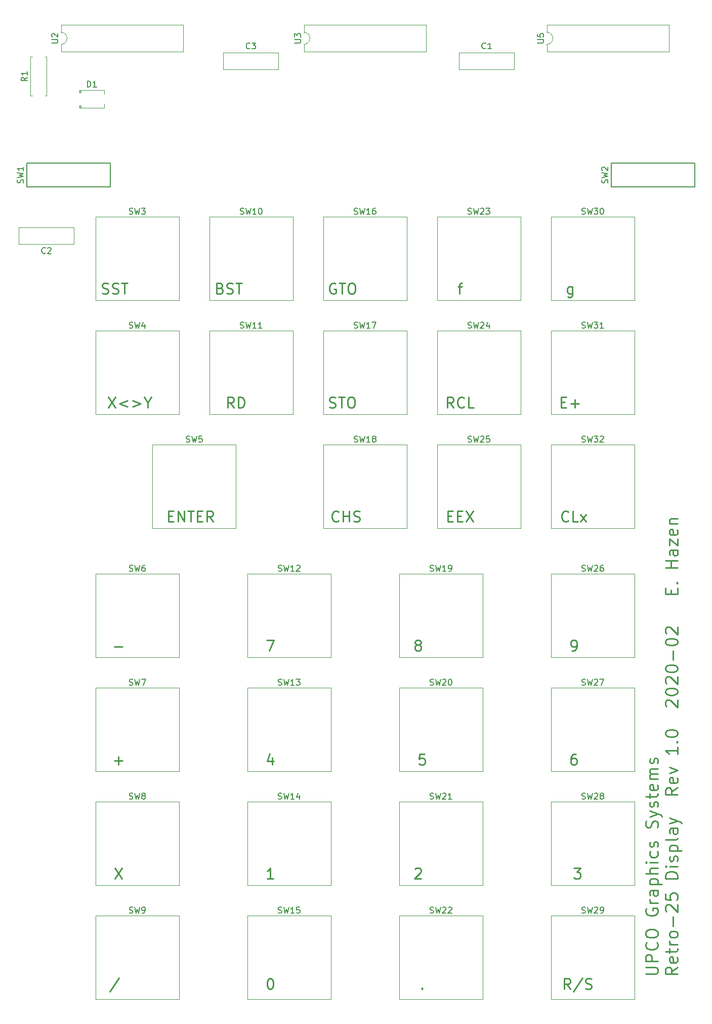
<source format=gbr>
G04 #@! TF.GenerationSoftware,KiCad,Pcbnew,5.0.2-bee76a0~70~ubuntu18.04.1*
G04 #@! TF.CreationDate,2020-02-25T15:21:58-05:00*
G04 #@! TF.ProjectId,led-display,6c65642d-6469-4737-906c-61792e6b6963,rev?*
G04 #@! TF.SameCoordinates,Original*
G04 #@! TF.FileFunction,Legend,Top*
G04 #@! TF.FilePolarity,Positive*
%FSLAX46Y46*%
G04 Gerber Fmt 4.6, Leading zero omitted, Abs format (unit mm)*
G04 Created by KiCad (PCBNEW 5.0.2-bee76a0~70~ubuntu18.04.1) date Tue 25 Feb 2020 03:21:58 PM EST*
%MOMM*%
%LPD*%
G01*
G04 APERTURE LIST*
%ADD10C,0.254000*%
%ADD11C,0.120000*%
%ADD12C,0.150000*%
G04 APERTURE END LIST*
D10*
X54102000Y-184996666D02*
X52578000Y-187282666D01*
X79290333Y-185081333D02*
X79459666Y-185081333D01*
X79629000Y-185166000D01*
X79713666Y-185250666D01*
X79798333Y-185420000D01*
X79883000Y-185758666D01*
X79883000Y-186182000D01*
X79798333Y-186520666D01*
X79713666Y-186690000D01*
X79629000Y-186774666D01*
X79459666Y-186859333D01*
X79290333Y-186859333D01*
X79121000Y-186774666D01*
X79036333Y-186690000D01*
X78951666Y-186520666D01*
X78867000Y-186182000D01*
X78867000Y-185758666D01*
X78951666Y-185420000D01*
X79036333Y-185250666D01*
X79121000Y-185166000D01*
X79290333Y-185081333D01*
X104775000Y-186690000D02*
X104859666Y-186774666D01*
X104775000Y-186859333D01*
X104690333Y-186774666D01*
X104775000Y-186690000D01*
X104775000Y-186859333D01*
X129582333Y-186859333D02*
X128989666Y-186012666D01*
X128566333Y-186859333D02*
X128566333Y-185081333D01*
X129243666Y-185081333D01*
X129413000Y-185166000D01*
X129497666Y-185250666D01*
X129582333Y-185420000D01*
X129582333Y-185674000D01*
X129497666Y-185843333D01*
X129413000Y-185928000D01*
X129243666Y-186012666D01*
X128566333Y-186012666D01*
X131614333Y-184996666D02*
X130090333Y-187282666D01*
X132122333Y-186774666D02*
X132376333Y-186859333D01*
X132799666Y-186859333D01*
X132969000Y-186774666D01*
X133053666Y-186690000D01*
X133138333Y-186520666D01*
X133138333Y-186351333D01*
X133053666Y-186182000D01*
X132969000Y-186097333D01*
X132799666Y-186012666D01*
X132461000Y-185928000D01*
X132291666Y-185843333D01*
X132207000Y-185758666D01*
X132122333Y-185589333D01*
X132122333Y-185420000D01*
X132207000Y-185250666D01*
X132291666Y-185166000D01*
X132461000Y-185081333D01*
X132884333Y-185081333D01*
X133138333Y-185166000D01*
X130217333Y-166666333D02*
X131318000Y-166666333D01*
X130725333Y-167343666D01*
X130979333Y-167343666D01*
X131148666Y-167428333D01*
X131233333Y-167513000D01*
X131318000Y-167682333D01*
X131318000Y-168105666D01*
X131233333Y-168275000D01*
X131148666Y-168359666D01*
X130979333Y-168444333D01*
X130471333Y-168444333D01*
X130302000Y-168359666D01*
X130217333Y-168275000D01*
X103632000Y-166835666D02*
X103716666Y-166751000D01*
X103886000Y-166666333D01*
X104309333Y-166666333D01*
X104478666Y-166751000D01*
X104563333Y-166835666D01*
X104648000Y-167005000D01*
X104648000Y-167174333D01*
X104563333Y-167428333D01*
X103547333Y-168444333D01*
X104648000Y-168444333D01*
X79883000Y-168444333D02*
X78867000Y-168444333D01*
X79375000Y-168444333D02*
X79375000Y-166666333D01*
X79205666Y-166920333D01*
X79036333Y-167089666D01*
X78867000Y-167174333D01*
X53382333Y-166666333D02*
X54567666Y-168444333D01*
X54567666Y-166666333D02*
X53382333Y-168444333D01*
X53297666Y-148717000D02*
X54652333Y-148717000D01*
X53975000Y-149394333D02*
X53975000Y-148039666D01*
X79713666Y-148209000D02*
X79713666Y-149394333D01*
X79290333Y-147531666D02*
X78867000Y-148801666D01*
X79967666Y-148801666D01*
X105198333Y-147616333D02*
X104351666Y-147616333D01*
X104267000Y-148463000D01*
X104351666Y-148378333D01*
X104521000Y-148293666D01*
X104944333Y-148293666D01*
X105113666Y-148378333D01*
X105198333Y-148463000D01*
X105283000Y-148632333D01*
X105283000Y-149055666D01*
X105198333Y-149225000D01*
X105113666Y-149309666D01*
X104944333Y-149394333D01*
X104521000Y-149394333D01*
X104351666Y-149309666D01*
X104267000Y-149225000D01*
X130513666Y-147616333D02*
X130175000Y-147616333D01*
X130005666Y-147701000D01*
X129921000Y-147785666D01*
X129751666Y-148039666D01*
X129667000Y-148378333D01*
X129667000Y-149055666D01*
X129751666Y-149225000D01*
X129836333Y-149309666D01*
X130005666Y-149394333D01*
X130344333Y-149394333D01*
X130513666Y-149309666D01*
X130598333Y-149225000D01*
X130683000Y-149055666D01*
X130683000Y-148632333D01*
X130598333Y-148463000D01*
X130513666Y-148378333D01*
X130344333Y-148293666D01*
X130005666Y-148293666D01*
X129836333Y-148378333D01*
X129751666Y-148463000D01*
X129667000Y-148632333D01*
X129836333Y-130344333D02*
X130175000Y-130344333D01*
X130344333Y-130259666D01*
X130429000Y-130175000D01*
X130598333Y-129921000D01*
X130683000Y-129582333D01*
X130683000Y-128905000D01*
X130598333Y-128735666D01*
X130513666Y-128651000D01*
X130344333Y-128566333D01*
X130005666Y-128566333D01*
X129836333Y-128651000D01*
X129751666Y-128735666D01*
X129667000Y-128905000D01*
X129667000Y-129328333D01*
X129751666Y-129497666D01*
X129836333Y-129582333D01*
X130005666Y-129667000D01*
X130344333Y-129667000D01*
X130513666Y-129582333D01*
X130598333Y-129497666D01*
X130683000Y-129328333D01*
X103970666Y-129328333D02*
X103801333Y-129243666D01*
X103716666Y-129159000D01*
X103632000Y-128989666D01*
X103632000Y-128905000D01*
X103716666Y-128735666D01*
X103801333Y-128651000D01*
X103970666Y-128566333D01*
X104309333Y-128566333D01*
X104478666Y-128651000D01*
X104563333Y-128735666D01*
X104648000Y-128905000D01*
X104648000Y-128989666D01*
X104563333Y-129159000D01*
X104478666Y-129243666D01*
X104309333Y-129328333D01*
X103970666Y-129328333D01*
X103801333Y-129413000D01*
X103716666Y-129497666D01*
X103632000Y-129667000D01*
X103632000Y-130005666D01*
X103716666Y-130175000D01*
X103801333Y-130259666D01*
X103970666Y-130344333D01*
X104309333Y-130344333D01*
X104478666Y-130259666D01*
X104563333Y-130175000D01*
X104648000Y-130005666D01*
X104648000Y-129667000D01*
X104563333Y-129497666D01*
X104478666Y-129413000D01*
X104309333Y-129328333D01*
X78782333Y-128566333D02*
X79967666Y-128566333D01*
X79205666Y-130344333D01*
X53297666Y-129667000D02*
X54652333Y-129667000D01*
X128058333Y-88773000D02*
X128651000Y-88773000D01*
X128905000Y-89704333D02*
X128058333Y-89704333D01*
X128058333Y-87926333D01*
X128905000Y-87926333D01*
X129667000Y-89027000D02*
X131021666Y-89027000D01*
X130344333Y-89704333D02*
X130344333Y-88349666D01*
X109093000Y-107823000D02*
X109685666Y-107823000D01*
X109939666Y-108754333D02*
X109093000Y-108754333D01*
X109093000Y-106976333D01*
X109939666Y-106976333D01*
X110701666Y-107823000D02*
X111294333Y-107823000D01*
X111548333Y-108754333D02*
X110701666Y-108754333D01*
X110701666Y-106976333D01*
X111548333Y-106976333D01*
X112141000Y-106976333D02*
X113326333Y-108754333D01*
X113326333Y-106976333D02*
X112141000Y-108754333D01*
X90847333Y-108585000D02*
X90762666Y-108669666D01*
X90508666Y-108754333D01*
X90339333Y-108754333D01*
X90085333Y-108669666D01*
X89916000Y-108500333D01*
X89831333Y-108331000D01*
X89746666Y-107992333D01*
X89746666Y-107738333D01*
X89831333Y-107399666D01*
X89916000Y-107230333D01*
X90085333Y-107061000D01*
X90339333Y-106976333D01*
X90508666Y-106976333D01*
X90762666Y-107061000D01*
X90847333Y-107145666D01*
X91609333Y-108754333D02*
X91609333Y-106976333D01*
X91609333Y-107823000D02*
X92625333Y-107823000D01*
X92625333Y-108754333D02*
X92625333Y-106976333D01*
X93387333Y-108669666D02*
X93641333Y-108754333D01*
X94064666Y-108754333D01*
X94234000Y-108669666D01*
X94318666Y-108585000D01*
X94403333Y-108415666D01*
X94403333Y-108246333D01*
X94318666Y-108077000D01*
X94234000Y-107992333D01*
X94064666Y-107907666D01*
X93726000Y-107823000D01*
X93556666Y-107738333D01*
X93472000Y-107653666D01*
X93387333Y-107484333D01*
X93387333Y-107315000D01*
X93472000Y-107145666D01*
X93556666Y-107061000D01*
X93726000Y-106976333D01*
X94149333Y-106976333D01*
X94403333Y-107061000D01*
X62357000Y-107823000D02*
X62949666Y-107823000D01*
X63203666Y-108754333D02*
X62357000Y-108754333D01*
X62357000Y-106976333D01*
X63203666Y-106976333D01*
X63965666Y-108754333D02*
X63965666Y-106976333D01*
X64981666Y-108754333D01*
X64981666Y-106976333D01*
X65574333Y-106976333D02*
X66590333Y-106976333D01*
X66082333Y-108754333D02*
X66082333Y-106976333D01*
X67183000Y-107823000D02*
X67775666Y-107823000D01*
X68029666Y-108754333D02*
X67183000Y-108754333D01*
X67183000Y-106976333D01*
X68029666Y-106976333D01*
X69807666Y-108754333D02*
X69215000Y-107907666D01*
X68791666Y-108754333D02*
X68791666Y-106976333D01*
X69469000Y-106976333D01*
X69638333Y-107061000D01*
X69723000Y-107145666D01*
X69807666Y-107315000D01*
X69807666Y-107569000D01*
X69723000Y-107738333D01*
X69638333Y-107823000D01*
X69469000Y-107907666D01*
X68791666Y-107907666D01*
X129286000Y-108585000D02*
X129201333Y-108669666D01*
X128947333Y-108754333D01*
X128778000Y-108754333D01*
X128524000Y-108669666D01*
X128354666Y-108500333D01*
X128270000Y-108331000D01*
X128185333Y-107992333D01*
X128185333Y-107738333D01*
X128270000Y-107399666D01*
X128354666Y-107230333D01*
X128524000Y-107061000D01*
X128778000Y-106976333D01*
X128947333Y-106976333D01*
X129201333Y-107061000D01*
X129286000Y-107145666D01*
X130894666Y-108754333D02*
X130048000Y-108754333D01*
X130048000Y-106976333D01*
X131318000Y-108754333D02*
X132249333Y-107569000D01*
X131318000Y-107569000D02*
X132249333Y-108754333D01*
X110066666Y-89704333D02*
X109474000Y-88857666D01*
X109050666Y-89704333D02*
X109050666Y-87926333D01*
X109728000Y-87926333D01*
X109897333Y-88011000D01*
X109982000Y-88095666D01*
X110066666Y-88265000D01*
X110066666Y-88519000D01*
X109982000Y-88688333D01*
X109897333Y-88773000D01*
X109728000Y-88857666D01*
X109050666Y-88857666D01*
X111844666Y-89535000D02*
X111760000Y-89619666D01*
X111506000Y-89704333D01*
X111336666Y-89704333D01*
X111082666Y-89619666D01*
X110913333Y-89450333D01*
X110828666Y-89281000D01*
X110744000Y-88942333D01*
X110744000Y-88688333D01*
X110828666Y-88349666D01*
X110913333Y-88180333D01*
X111082666Y-88011000D01*
X111336666Y-87926333D01*
X111506000Y-87926333D01*
X111760000Y-88011000D01*
X111844666Y-88095666D01*
X113453333Y-89704333D02*
X112606666Y-89704333D01*
X112606666Y-87926333D01*
X89323333Y-89619666D02*
X89577333Y-89704333D01*
X90000666Y-89704333D01*
X90170000Y-89619666D01*
X90254666Y-89535000D01*
X90339333Y-89365666D01*
X90339333Y-89196333D01*
X90254666Y-89027000D01*
X90170000Y-88942333D01*
X90000666Y-88857666D01*
X89662000Y-88773000D01*
X89492666Y-88688333D01*
X89408000Y-88603666D01*
X89323333Y-88434333D01*
X89323333Y-88265000D01*
X89408000Y-88095666D01*
X89492666Y-88011000D01*
X89662000Y-87926333D01*
X90085333Y-87926333D01*
X90339333Y-88011000D01*
X90847333Y-87926333D02*
X91863333Y-87926333D01*
X91355333Y-89704333D02*
X91355333Y-87926333D01*
X92794666Y-87926333D02*
X93133333Y-87926333D01*
X93302666Y-88011000D01*
X93472000Y-88180333D01*
X93556666Y-88519000D01*
X93556666Y-89111666D01*
X93472000Y-89450333D01*
X93302666Y-89619666D01*
X93133333Y-89704333D01*
X92794666Y-89704333D01*
X92625333Y-89619666D01*
X92456000Y-89450333D01*
X92371333Y-89111666D01*
X92371333Y-88519000D01*
X92456000Y-88180333D01*
X92625333Y-88011000D01*
X92794666Y-87926333D01*
X73321333Y-89704333D02*
X72728666Y-88857666D01*
X72305333Y-89704333D02*
X72305333Y-87926333D01*
X72982666Y-87926333D01*
X73152000Y-88011000D01*
X73236666Y-88095666D01*
X73321333Y-88265000D01*
X73321333Y-88519000D01*
X73236666Y-88688333D01*
X73152000Y-88773000D01*
X72982666Y-88857666D01*
X72305333Y-88857666D01*
X74083333Y-89704333D02*
X74083333Y-87926333D01*
X74506666Y-87926333D01*
X74760666Y-88011000D01*
X74930000Y-88180333D01*
X75014666Y-88349666D01*
X75099333Y-88688333D01*
X75099333Y-88942333D01*
X75014666Y-89281000D01*
X74930000Y-89450333D01*
X74760666Y-89619666D01*
X74506666Y-89704333D01*
X74083333Y-89704333D01*
X52324000Y-87926333D02*
X53509333Y-89704333D01*
X53509333Y-87926333D02*
X52324000Y-89704333D01*
X55541333Y-88519000D02*
X54186666Y-89027000D01*
X55541333Y-89535000D01*
X56388000Y-88519000D02*
X57742666Y-89027000D01*
X56388000Y-89535000D01*
X58928000Y-88857666D02*
X58928000Y-89704333D01*
X58335333Y-87926333D02*
X58928000Y-88857666D01*
X59520666Y-87926333D01*
X129921000Y-69469000D02*
X129921000Y-70908333D01*
X129836333Y-71077666D01*
X129751666Y-71162333D01*
X129582333Y-71247000D01*
X129328333Y-71247000D01*
X129159000Y-71162333D01*
X129921000Y-70569666D02*
X129751666Y-70654333D01*
X129413000Y-70654333D01*
X129243666Y-70569666D01*
X129159000Y-70485000D01*
X129074333Y-70315666D01*
X129074333Y-69807666D01*
X129159000Y-69638333D01*
X129243666Y-69553666D01*
X129413000Y-69469000D01*
X129751666Y-69469000D01*
X129921000Y-69553666D01*
X110786333Y-69469000D02*
X111463666Y-69469000D01*
X111040333Y-70654333D02*
X111040333Y-69130333D01*
X111125000Y-68961000D01*
X111294333Y-68876333D01*
X111463666Y-68876333D01*
X90297000Y-68961000D02*
X90127666Y-68876333D01*
X89873666Y-68876333D01*
X89619666Y-68961000D01*
X89450333Y-69130333D01*
X89365666Y-69299666D01*
X89281000Y-69638333D01*
X89281000Y-69892333D01*
X89365666Y-70231000D01*
X89450333Y-70400333D01*
X89619666Y-70569666D01*
X89873666Y-70654333D01*
X90043000Y-70654333D01*
X90297000Y-70569666D01*
X90381666Y-70485000D01*
X90381666Y-69892333D01*
X90043000Y-69892333D01*
X90889666Y-68876333D02*
X91905666Y-68876333D01*
X91397666Y-70654333D02*
X91397666Y-68876333D01*
X92837000Y-68876333D02*
X93175666Y-68876333D01*
X93345000Y-68961000D01*
X93514333Y-69130333D01*
X93599000Y-69469000D01*
X93599000Y-70061666D01*
X93514333Y-70400333D01*
X93345000Y-70569666D01*
X93175666Y-70654333D01*
X92837000Y-70654333D01*
X92667666Y-70569666D01*
X92498333Y-70400333D01*
X92413666Y-70061666D01*
X92413666Y-69469000D01*
X92498333Y-69130333D01*
X92667666Y-68961000D01*
X92837000Y-68876333D01*
X70993000Y-69723000D02*
X71247000Y-69807666D01*
X71331666Y-69892333D01*
X71416333Y-70061666D01*
X71416333Y-70315666D01*
X71331666Y-70485000D01*
X71247000Y-70569666D01*
X71077666Y-70654333D01*
X70400333Y-70654333D01*
X70400333Y-68876333D01*
X70993000Y-68876333D01*
X71162333Y-68961000D01*
X71247000Y-69045666D01*
X71331666Y-69215000D01*
X71331666Y-69384333D01*
X71247000Y-69553666D01*
X71162333Y-69638333D01*
X70993000Y-69723000D01*
X70400333Y-69723000D01*
X72093666Y-70569666D02*
X72347666Y-70654333D01*
X72771000Y-70654333D01*
X72940333Y-70569666D01*
X73025000Y-70485000D01*
X73109666Y-70315666D01*
X73109666Y-70146333D01*
X73025000Y-69977000D01*
X72940333Y-69892333D01*
X72771000Y-69807666D01*
X72432333Y-69723000D01*
X72263000Y-69638333D01*
X72178333Y-69553666D01*
X72093666Y-69384333D01*
X72093666Y-69215000D01*
X72178333Y-69045666D01*
X72263000Y-68961000D01*
X72432333Y-68876333D01*
X72855666Y-68876333D01*
X73109666Y-68961000D01*
X73617666Y-68876333D02*
X74633666Y-68876333D01*
X74125666Y-70654333D02*
X74125666Y-68876333D01*
X51308000Y-70569666D02*
X51562000Y-70654333D01*
X51985333Y-70654333D01*
X52154666Y-70569666D01*
X52239333Y-70485000D01*
X52324000Y-70315666D01*
X52324000Y-70146333D01*
X52239333Y-69977000D01*
X52154666Y-69892333D01*
X51985333Y-69807666D01*
X51646666Y-69723000D01*
X51477333Y-69638333D01*
X51392666Y-69553666D01*
X51308000Y-69384333D01*
X51308000Y-69215000D01*
X51392666Y-69045666D01*
X51477333Y-68961000D01*
X51646666Y-68876333D01*
X52070000Y-68876333D01*
X52324000Y-68961000D01*
X53001333Y-70569666D02*
X53255333Y-70654333D01*
X53678666Y-70654333D01*
X53848000Y-70569666D01*
X53932666Y-70485000D01*
X54017333Y-70315666D01*
X54017333Y-70146333D01*
X53932666Y-69977000D01*
X53848000Y-69892333D01*
X53678666Y-69807666D01*
X53340000Y-69723000D01*
X53170666Y-69638333D01*
X53086000Y-69553666D01*
X53001333Y-69384333D01*
X53001333Y-69215000D01*
X53086000Y-69045666D01*
X53170666Y-68961000D01*
X53340000Y-68876333D01*
X53763333Y-68876333D01*
X54017333Y-68961000D01*
X54525333Y-68876333D02*
X55541333Y-68876333D01*
X55033333Y-70654333D02*
X55033333Y-68876333D01*
X142206738Y-184390090D02*
X143851690Y-184390090D01*
X144045214Y-184293328D01*
X144141976Y-184196566D01*
X144238738Y-184003042D01*
X144238738Y-183615995D01*
X144141976Y-183422471D01*
X144045214Y-183325709D01*
X143851690Y-183228947D01*
X142206738Y-183228947D01*
X144238738Y-182261328D02*
X142206738Y-182261328D01*
X142206738Y-181487233D01*
X142303500Y-181293709D01*
X142400261Y-181196947D01*
X142593785Y-181100185D01*
X142884071Y-181100185D01*
X143077595Y-181196947D01*
X143174357Y-181293709D01*
X143271119Y-181487233D01*
X143271119Y-182261328D01*
X144045214Y-179068185D02*
X144141976Y-179164947D01*
X144238738Y-179455233D01*
X144238738Y-179648757D01*
X144141976Y-179939042D01*
X143948452Y-180132566D01*
X143754928Y-180229328D01*
X143367880Y-180326090D01*
X143077595Y-180326090D01*
X142690547Y-180229328D01*
X142497023Y-180132566D01*
X142303500Y-179939042D01*
X142206738Y-179648757D01*
X142206738Y-179455233D01*
X142303500Y-179164947D01*
X142400261Y-179068185D01*
X142206738Y-177810280D02*
X142206738Y-177423233D01*
X142303500Y-177229709D01*
X142497023Y-177036185D01*
X142884071Y-176939423D01*
X143561404Y-176939423D01*
X143948452Y-177036185D01*
X144141976Y-177229709D01*
X144238738Y-177423233D01*
X144238738Y-177810280D01*
X144141976Y-178003804D01*
X143948452Y-178197328D01*
X143561404Y-178294090D01*
X142884071Y-178294090D01*
X142497023Y-178197328D01*
X142303500Y-178003804D01*
X142206738Y-177810280D01*
X142303500Y-173455995D02*
X142206738Y-173649519D01*
X142206738Y-173939804D01*
X142303500Y-174230090D01*
X142497023Y-174423614D01*
X142690547Y-174520376D01*
X143077595Y-174617138D01*
X143367880Y-174617138D01*
X143754928Y-174520376D01*
X143948452Y-174423614D01*
X144141976Y-174230090D01*
X144238738Y-173939804D01*
X144238738Y-173746280D01*
X144141976Y-173455995D01*
X144045214Y-173359233D01*
X143367880Y-173359233D01*
X143367880Y-173746280D01*
X144238738Y-172488376D02*
X142884071Y-172488376D01*
X143271119Y-172488376D02*
X143077595Y-172391614D01*
X142980833Y-172294852D01*
X142884071Y-172101328D01*
X142884071Y-171907804D01*
X144238738Y-170359614D02*
X143174357Y-170359614D01*
X142980833Y-170456376D01*
X142884071Y-170649900D01*
X142884071Y-171036947D01*
X142980833Y-171230471D01*
X144141976Y-170359614D02*
X144238738Y-170553138D01*
X144238738Y-171036947D01*
X144141976Y-171230471D01*
X143948452Y-171327233D01*
X143754928Y-171327233D01*
X143561404Y-171230471D01*
X143464642Y-171036947D01*
X143464642Y-170553138D01*
X143367880Y-170359614D01*
X142884071Y-169391995D02*
X144916071Y-169391995D01*
X142980833Y-169391995D02*
X142884071Y-169198471D01*
X142884071Y-168811423D01*
X142980833Y-168617900D01*
X143077595Y-168521138D01*
X143271119Y-168424376D01*
X143851690Y-168424376D01*
X144045214Y-168521138D01*
X144141976Y-168617900D01*
X144238738Y-168811423D01*
X144238738Y-169198471D01*
X144141976Y-169391995D01*
X144238738Y-167553519D02*
X142206738Y-167553519D01*
X144238738Y-166682661D02*
X143174357Y-166682661D01*
X142980833Y-166779423D01*
X142884071Y-166972947D01*
X142884071Y-167263233D01*
X142980833Y-167456757D01*
X143077595Y-167553519D01*
X144238738Y-165715042D02*
X142884071Y-165715042D01*
X142206738Y-165715042D02*
X142303500Y-165811804D01*
X142400261Y-165715042D01*
X142303500Y-165618280D01*
X142206738Y-165715042D01*
X142400261Y-165715042D01*
X144141976Y-163876566D02*
X144238738Y-164070090D01*
X144238738Y-164457138D01*
X144141976Y-164650661D01*
X144045214Y-164747423D01*
X143851690Y-164844185D01*
X143271119Y-164844185D01*
X143077595Y-164747423D01*
X142980833Y-164650661D01*
X142884071Y-164457138D01*
X142884071Y-164070090D01*
X142980833Y-163876566D01*
X144141976Y-163102471D02*
X144238738Y-162908947D01*
X144238738Y-162521900D01*
X144141976Y-162328376D01*
X143948452Y-162231614D01*
X143851690Y-162231614D01*
X143658166Y-162328376D01*
X143561404Y-162521900D01*
X143561404Y-162812185D01*
X143464642Y-163005709D01*
X143271119Y-163102471D01*
X143174357Y-163102471D01*
X142980833Y-163005709D01*
X142884071Y-162812185D01*
X142884071Y-162521900D01*
X142980833Y-162328376D01*
X144141976Y-159909328D02*
X144238738Y-159619042D01*
X144238738Y-159135233D01*
X144141976Y-158941709D01*
X144045214Y-158844947D01*
X143851690Y-158748185D01*
X143658166Y-158748185D01*
X143464642Y-158844947D01*
X143367880Y-158941709D01*
X143271119Y-159135233D01*
X143174357Y-159522280D01*
X143077595Y-159715804D01*
X142980833Y-159812566D01*
X142787309Y-159909328D01*
X142593785Y-159909328D01*
X142400261Y-159812566D01*
X142303500Y-159715804D01*
X142206738Y-159522280D01*
X142206738Y-159038471D01*
X142303500Y-158748185D01*
X142884071Y-158070852D02*
X144238738Y-157587042D01*
X142884071Y-157103233D02*
X144238738Y-157587042D01*
X144722547Y-157780566D01*
X144819309Y-157877328D01*
X144916071Y-158070852D01*
X144141976Y-156425900D02*
X144238738Y-156232376D01*
X144238738Y-155845328D01*
X144141976Y-155651804D01*
X143948452Y-155555042D01*
X143851690Y-155555042D01*
X143658166Y-155651804D01*
X143561404Y-155845328D01*
X143561404Y-156135614D01*
X143464642Y-156329138D01*
X143271119Y-156425900D01*
X143174357Y-156425900D01*
X142980833Y-156329138D01*
X142884071Y-156135614D01*
X142884071Y-155845328D01*
X142980833Y-155651804D01*
X142884071Y-154974471D02*
X142884071Y-154200376D01*
X142206738Y-154684185D02*
X143948452Y-154684185D01*
X144141976Y-154587423D01*
X144238738Y-154393900D01*
X144238738Y-154200376D01*
X144141976Y-152748947D02*
X144238738Y-152942471D01*
X144238738Y-153329519D01*
X144141976Y-153523042D01*
X143948452Y-153619804D01*
X143174357Y-153619804D01*
X142980833Y-153523042D01*
X142884071Y-153329519D01*
X142884071Y-152942471D01*
X142980833Y-152748947D01*
X143174357Y-152652185D01*
X143367880Y-152652185D01*
X143561404Y-153619804D01*
X144238738Y-151781328D02*
X142884071Y-151781328D01*
X143077595Y-151781328D02*
X142980833Y-151684566D01*
X142884071Y-151491042D01*
X142884071Y-151200757D01*
X142980833Y-151007233D01*
X143174357Y-150910471D01*
X144238738Y-150910471D01*
X143174357Y-150910471D02*
X142980833Y-150813709D01*
X142884071Y-150620185D01*
X142884071Y-150329900D01*
X142980833Y-150136376D01*
X143174357Y-150039614D01*
X144238738Y-150039614D01*
X144141976Y-149168757D02*
X144238738Y-148975233D01*
X144238738Y-148588185D01*
X144141976Y-148394661D01*
X143948452Y-148297900D01*
X143851690Y-148297900D01*
X143658166Y-148394661D01*
X143561404Y-148588185D01*
X143561404Y-148878471D01*
X143464642Y-149071995D01*
X143271119Y-149168757D01*
X143174357Y-149168757D01*
X142980833Y-149071995D01*
X142884071Y-148878471D01*
X142884071Y-148588185D01*
X142980833Y-148394661D01*
X147540738Y-183228947D02*
X146573119Y-183906280D01*
X147540738Y-184390090D02*
X145508738Y-184390090D01*
X145508738Y-183615995D01*
X145605500Y-183422471D01*
X145702261Y-183325709D01*
X145895785Y-183228947D01*
X146186071Y-183228947D01*
X146379595Y-183325709D01*
X146476357Y-183422471D01*
X146573119Y-183615995D01*
X146573119Y-184390090D01*
X147443976Y-181583995D02*
X147540738Y-181777519D01*
X147540738Y-182164566D01*
X147443976Y-182358090D01*
X147250452Y-182454852D01*
X146476357Y-182454852D01*
X146282833Y-182358090D01*
X146186071Y-182164566D01*
X146186071Y-181777519D01*
X146282833Y-181583995D01*
X146476357Y-181487233D01*
X146669880Y-181487233D01*
X146863404Y-182454852D01*
X146186071Y-180906661D02*
X146186071Y-180132566D01*
X145508738Y-180616376D02*
X147250452Y-180616376D01*
X147443976Y-180519614D01*
X147540738Y-180326090D01*
X147540738Y-180132566D01*
X147540738Y-179455233D02*
X146186071Y-179455233D01*
X146573119Y-179455233D02*
X146379595Y-179358471D01*
X146282833Y-179261709D01*
X146186071Y-179068185D01*
X146186071Y-178874661D01*
X147540738Y-177907042D02*
X147443976Y-178100566D01*
X147347214Y-178197328D01*
X147153690Y-178294090D01*
X146573119Y-178294090D01*
X146379595Y-178197328D01*
X146282833Y-178100566D01*
X146186071Y-177907042D01*
X146186071Y-177616757D01*
X146282833Y-177423233D01*
X146379595Y-177326471D01*
X146573119Y-177229709D01*
X147153690Y-177229709D01*
X147347214Y-177326471D01*
X147443976Y-177423233D01*
X147540738Y-177616757D01*
X147540738Y-177907042D01*
X146766642Y-176358852D02*
X146766642Y-174810661D01*
X145702261Y-173939804D02*
X145605500Y-173843042D01*
X145508738Y-173649519D01*
X145508738Y-173165709D01*
X145605500Y-172972185D01*
X145702261Y-172875423D01*
X145895785Y-172778661D01*
X146089309Y-172778661D01*
X146379595Y-172875423D01*
X147540738Y-174036566D01*
X147540738Y-172778661D01*
X145508738Y-170940185D02*
X145508738Y-171907804D01*
X146476357Y-172004566D01*
X146379595Y-171907804D01*
X146282833Y-171714280D01*
X146282833Y-171230471D01*
X146379595Y-171036947D01*
X146476357Y-170940185D01*
X146669880Y-170843423D01*
X147153690Y-170843423D01*
X147347214Y-170940185D01*
X147443976Y-171036947D01*
X147540738Y-171230471D01*
X147540738Y-171714280D01*
X147443976Y-171907804D01*
X147347214Y-172004566D01*
X147540738Y-168424376D02*
X145508738Y-168424376D01*
X145508738Y-167940566D01*
X145605500Y-167650280D01*
X145799023Y-167456757D01*
X145992547Y-167359995D01*
X146379595Y-167263233D01*
X146669880Y-167263233D01*
X147056928Y-167359995D01*
X147250452Y-167456757D01*
X147443976Y-167650280D01*
X147540738Y-167940566D01*
X147540738Y-168424376D01*
X147540738Y-166392376D02*
X146186071Y-166392376D01*
X145508738Y-166392376D02*
X145605500Y-166489138D01*
X145702261Y-166392376D01*
X145605500Y-166295614D01*
X145508738Y-166392376D01*
X145702261Y-166392376D01*
X147443976Y-165521519D02*
X147540738Y-165327995D01*
X147540738Y-164940947D01*
X147443976Y-164747423D01*
X147250452Y-164650661D01*
X147153690Y-164650661D01*
X146960166Y-164747423D01*
X146863404Y-164940947D01*
X146863404Y-165231233D01*
X146766642Y-165424757D01*
X146573119Y-165521519D01*
X146476357Y-165521519D01*
X146282833Y-165424757D01*
X146186071Y-165231233D01*
X146186071Y-164940947D01*
X146282833Y-164747423D01*
X146186071Y-163779804D02*
X148218071Y-163779804D01*
X146282833Y-163779804D02*
X146186071Y-163586280D01*
X146186071Y-163199233D01*
X146282833Y-163005709D01*
X146379595Y-162908947D01*
X146573119Y-162812185D01*
X147153690Y-162812185D01*
X147347214Y-162908947D01*
X147443976Y-163005709D01*
X147540738Y-163199233D01*
X147540738Y-163586280D01*
X147443976Y-163779804D01*
X147540738Y-161651042D02*
X147443976Y-161844566D01*
X147250452Y-161941328D01*
X145508738Y-161941328D01*
X147540738Y-160006090D02*
X146476357Y-160006090D01*
X146282833Y-160102852D01*
X146186071Y-160296376D01*
X146186071Y-160683423D01*
X146282833Y-160876947D01*
X147443976Y-160006090D02*
X147540738Y-160199614D01*
X147540738Y-160683423D01*
X147443976Y-160876947D01*
X147250452Y-160973709D01*
X147056928Y-160973709D01*
X146863404Y-160876947D01*
X146766642Y-160683423D01*
X146766642Y-160199614D01*
X146669880Y-160006090D01*
X146186071Y-159231995D02*
X147540738Y-158748185D01*
X146186071Y-158264376D02*
X147540738Y-158748185D01*
X148024547Y-158941709D01*
X148121309Y-159038471D01*
X148218071Y-159231995D01*
X147540738Y-153232757D02*
X146573119Y-153910090D01*
X147540738Y-154393900D02*
X145508738Y-154393900D01*
X145508738Y-153619804D01*
X145605500Y-153426280D01*
X145702261Y-153329519D01*
X145895785Y-153232757D01*
X146186071Y-153232757D01*
X146379595Y-153329519D01*
X146476357Y-153426280D01*
X146573119Y-153619804D01*
X146573119Y-154393900D01*
X147443976Y-151587804D02*
X147540738Y-151781328D01*
X147540738Y-152168376D01*
X147443976Y-152361900D01*
X147250452Y-152458661D01*
X146476357Y-152458661D01*
X146282833Y-152361900D01*
X146186071Y-152168376D01*
X146186071Y-151781328D01*
X146282833Y-151587804D01*
X146476357Y-151491042D01*
X146669880Y-151491042D01*
X146863404Y-152458661D01*
X146186071Y-150813709D02*
X147540738Y-150329900D01*
X146186071Y-149846090D01*
X147540738Y-146459423D02*
X147540738Y-147620566D01*
X147540738Y-147039995D02*
X145508738Y-147039995D01*
X145799023Y-147233519D01*
X145992547Y-147427042D01*
X146089309Y-147620566D01*
X147347214Y-145588566D02*
X147443976Y-145491804D01*
X147540738Y-145588566D01*
X147443976Y-145685328D01*
X147347214Y-145588566D01*
X147540738Y-145588566D01*
X145508738Y-144233900D02*
X145508738Y-144040376D01*
X145605500Y-143846852D01*
X145702261Y-143750090D01*
X145895785Y-143653328D01*
X146282833Y-143556566D01*
X146766642Y-143556566D01*
X147153690Y-143653328D01*
X147347214Y-143750090D01*
X147443976Y-143846852D01*
X147540738Y-144040376D01*
X147540738Y-144233900D01*
X147443976Y-144427423D01*
X147347214Y-144524185D01*
X147153690Y-144620947D01*
X146766642Y-144717709D01*
X146282833Y-144717709D01*
X145895785Y-144620947D01*
X145702261Y-144524185D01*
X145605500Y-144427423D01*
X145508738Y-144233900D01*
X145702261Y-139686090D02*
X145605500Y-139589328D01*
X145508738Y-139395804D01*
X145508738Y-138911995D01*
X145605500Y-138718471D01*
X145702261Y-138621709D01*
X145895785Y-138524947D01*
X146089309Y-138524947D01*
X146379595Y-138621709D01*
X147540738Y-139782852D01*
X147540738Y-138524947D01*
X145508738Y-137267042D02*
X145508738Y-137073519D01*
X145605500Y-136879995D01*
X145702261Y-136783233D01*
X145895785Y-136686471D01*
X146282833Y-136589709D01*
X146766642Y-136589709D01*
X147153690Y-136686471D01*
X147347214Y-136783233D01*
X147443976Y-136879995D01*
X147540738Y-137073519D01*
X147540738Y-137267042D01*
X147443976Y-137460566D01*
X147347214Y-137557328D01*
X147153690Y-137654090D01*
X146766642Y-137750852D01*
X146282833Y-137750852D01*
X145895785Y-137654090D01*
X145702261Y-137557328D01*
X145605500Y-137460566D01*
X145508738Y-137267042D01*
X145702261Y-135815614D02*
X145605500Y-135718852D01*
X145508738Y-135525328D01*
X145508738Y-135041519D01*
X145605500Y-134847995D01*
X145702261Y-134751233D01*
X145895785Y-134654471D01*
X146089309Y-134654471D01*
X146379595Y-134751233D01*
X147540738Y-135912376D01*
X147540738Y-134654471D01*
X145508738Y-133396566D02*
X145508738Y-133203042D01*
X145605500Y-133009519D01*
X145702261Y-132912757D01*
X145895785Y-132815995D01*
X146282833Y-132719233D01*
X146766642Y-132719233D01*
X147153690Y-132815995D01*
X147347214Y-132912757D01*
X147443976Y-133009519D01*
X147540738Y-133203042D01*
X147540738Y-133396566D01*
X147443976Y-133590090D01*
X147347214Y-133686852D01*
X147153690Y-133783614D01*
X146766642Y-133880376D01*
X146282833Y-133880376D01*
X145895785Y-133783614D01*
X145702261Y-133686852D01*
X145605500Y-133590090D01*
X145508738Y-133396566D01*
X146766642Y-131848376D02*
X146766642Y-130300185D01*
X145508738Y-128945519D02*
X145508738Y-128751995D01*
X145605500Y-128558471D01*
X145702261Y-128461709D01*
X145895785Y-128364947D01*
X146282833Y-128268185D01*
X146766642Y-128268185D01*
X147153690Y-128364947D01*
X147347214Y-128461709D01*
X147443976Y-128558471D01*
X147540738Y-128751995D01*
X147540738Y-128945519D01*
X147443976Y-129139042D01*
X147347214Y-129235804D01*
X147153690Y-129332566D01*
X146766642Y-129429328D01*
X146282833Y-129429328D01*
X145895785Y-129332566D01*
X145702261Y-129235804D01*
X145605500Y-129139042D01*
X145508738Y-128945519D01*
X145702261Y-127494090D02*
X145605500Y-127397328D01*
X145508738Y-127203804D01*
X145508738Y-126719995D01*
X145605500Y-126526471D01*
X145702261Y-126429709D01*
X145895785Y-126332947D01*
X146089309Y-126332947D01*
X146379595Y-126429709D01*
X147540738Y-127590852D01*
X147540738Y-126332947D01*
X146476357Y-120817519D02*
X146476357Y-120140185D01*
X147540738Y-119849899D02*
X147540738Y-120817519D01*
X145508738Y-120817519D01*
X145508738Y-119849899D01*
X147347214Y-118979042D02*
X147443976Y-118882280D01*
X147540738Y-118979042D01*
X147443976Y-119075804D01*
X147347214Y-118979042D01*
X147540738Y-118979042D01*
X147540738Y-116463233D02*
X145508738Y-116463233D01*
X146476357Y-116463233D02*
X146476357Y-115302090D01*
X147540738Y-115302090D02*
X145508738Y-115302090D01*
X147540738Y-113463614D02*
X146476357Y-113463614D01*
X146282833Y-113560376D01*
X146186071Y-113753899D01*
X146186071Y-114140947D01*
X146282833Y-114334471D01*
X147443976Y-113463614D02*
X147540738Y-113657138D01*
X147540738Y-114140947D01*
X147443976Y-114334471D01*
X147250452Y-114431233D01*
X147056928Y-114431233D01*
X146863404Y-114334471D01*
X146766642Y-114140947D01*
X146766642Y-113657138D01*
X146669880Y-113463614D01*
X146186071Y-112689519D02*
X146186071Y-111625138D01*
X147540738Y-112689519D01*
X147540738Y-111625138D01*
X147443976Y-110076947D02*
X147540738Y-110270471D01*
X147540738Y-110657519D01*
X147443976Y-110851042D01*
X147250452Y-110947804D01*
X146476357Y-110947804D01*
X146282833Y-110851042D01*
X146186071Y-110657519D01*
X146186071Y-110270471D01*
X146282833Y-110076947D01*
X146476357Y-109980185D01*
X146669880Y-109980185D01*
X146863404Y-110947804D01*
X146186071Y-109109328D02*
X147540738Y-109109328D01*
X146379595Y-109109328D02*
X146282833Y-109012566D01*
X146186071Y-108819042D01*
X146186071Y-108528757D01*
X146282833Y-108335233D01*
X146476357Y-108238471D01*
X147540738Y-108238471D01*
D11*
G04 #@! TO.C,U2*
X44390000Y-26940000D02*
G75*
G02X44390000Y-28940000I0J-1000000D01*
G01*
X44390000Y-28940000D02*
X44390000Y-30190000D01*
X44390000Y-30190000D02*
X64830000Y-30190000D01*
X64830000Y-30190000D02*
X64830000Y-25690000D01*
X64830000Y-25690000D02*
X44390000Y-25690000D01*
X44390000Y-25690000D02*
X44390000Y-26940000D01*
G04 #@! TO.C,U5*
X125670000Y-26940000D02*
G75*
G02X125670000Y-28940000I0J-1000000D01*
G01*
X125670000Y-28940000D02*
X125670000Y-30190000D01*
X125670000Y-30190000D02*
X146110000Y-30190000D01*
X146110000Y-30190000D02*
X146110000Y-25690000D01*
X146110000Y-25690000D02*
X125670000Y-25690000D01*
X125670000Y-25690000D02*
X125670000Y-26940000D01*
D12*
G04 #@! TO.C,SW2*
X150430000Y-52800000D02*
X136430000Y-52800000D01*
X150430000Y-48800000D02*
X150430000Y-52800000D01*
X136430000Y-48800000D02*
X150430000Y-48800000D01*
X136430000Y-52800000D02*
X136430000Y-48800000D01*
G04 #@! TO.C,SW1*
X52640000Y-52800000D02*
X38640000Y-52800000D01*
X52640000Y-48800000D02*
X52640000Y-52800000D01*
X38640000Y-48800000D02*
X52640000Y-48800000D01*
X38640000Y-52800000D02*
X38640000Y-48800000D01*
D11*
G04 #@! TO.C,C1*
X120230000Y-30380000D02*
X120230000Y-33120000D01*
X110990000Y-30380000D02*
X110990000Y-33120000D01*
X110990000Y-33120000D02*
X120230000Y-33120000D01*
X110990000Y-30380000D02*
X120230000Y-30380000D01*
G04 #@! TO.C,C2*
X46570000Y-62330000D02*
X37330000Y-62330000D01*
X46570000Y-59590000D02*
X37330000Y-59590000D01*
X46570000Y-62330000D02*
X46570000Y-59590000D01*
X37330000Y-62330000D02*
X37330000Y-59590000D01*
G04 #@! TO.C,C3*
X71540000Y-30380000D02*
X80780000Y-30380000D01*
X71540000Y-33120000D02*
X80780000Y-33120000D01*
X71540000Y-30380000D02*
X71540000Y-33120000D01*
X80780000Y-30380000D02*
X80780000Y-33120000D01*
G04 #@! TO.C,D1*
X47470000Y-36640000D02*
X51590000Y-36640000D01*
X47470000Y-39560000D02*
X51590000Y-39560000D01*
X47470000Y-36640000D02*
X47470000Y-37020000D01*
X47470000Y-39180000D02*
X47470000Y-39560000D01*
X51590000Y-36640000D02*
X51590000Y-37275000D01*
X51590000Y-38925000D02*
X51590000Y-39560000D01*
X47590000Y-36640000D02*
X47590000Y-37020000D01*
X47590000Y-39180000D02*
X47590000Y-39560000D01*
X47710000Y-36640000D02*
X47710000Y-37020000D01*
X47710000Y-39180000D02*
X47710000Y-39560000D01*
G04 #@! TO.C,R1*
X39600000Y-37560000D02*
X39270000Y-37560000D01*
X39270000Y-37560000D02*
X39270000Y-31020000D01*
X39270000Y-31020000D02*
X39600000Y-31020000D01*
X41680000Y-37560000D02*
X42010000Y-37560000D01*
X42010000Y-37560000D02*
X42010000Y-31020000D01*
X42010000Y-31020000D02*
X41680000Y-31020000D01*
G04 #@! TO.C,SW3*
X50165000Y-57785000D02*
X64135000Y-57785000D01*
X64135000Y-57785000D02*
X64135000Y-71755000D01*
X64135000Y-71755000D02*
X50165000Y-71755000D01*
X50165000Y-71755000D02*
X50165000Y-57785000D01*
G04 #@! TO.C,SW4*
X50165000Y-76835000D02*
X64135000Y-76835000D01*
X64135000Y-76835000D02*
X64135000Y-90805000D01*
X64135000Y-90805000D02*
X50165000Y-90805000D01*
X50165000Y-90805000D02*
X50165000Y-76835000D01*
G04 #@! TO.C,SW5*
X59690000Y-95885000D02*
X73660000Y-95885000D01*
X73660000Y-95885000D02*
X73660000Y-109855000D01*
X73660000Y-109855000D02*
X59690000Y-109855000D01*
X59690000Y-109855000D02*
X59690000Y-95885000D01*
G04 #@! TO.C,SW6*
X50165000Y-117475000D02*
X64135000Y-117475000D01*
X64135000Y-117475000D02*
X64135000Y-131445000D01*
X64135000Y-131445000D02*
X50165000Y-131445000D01*
X50165000Y-131445000D02*
X50165000Y-117475000D01*
G04 #@! TO.C,SW7*
X50165000Y-136525000D02*
X64135000Y-136525000D01*
X64135000Y-136525000D02*
X64135000Y-150495000D01*
X64135000Y-150495000D02*
X50165000Y-150495000D01*
X50165000Y-150495000D02*
X50165000Y-136525000D01*
G04 #@! TO.C,SW8*
X50165000Y-155575000D02*
X64135000Y-155575000D01*
X64135000Y-155575000D02*
X64135000Y-169545000D01*
X64135000Y-169545000D02*
X50165000Y-169545000D01*
X50165000Y-169545000D02*
X50165000Y-155575000D01*
G04 #@! TO.C,SW9*
X50165000Y-174625000D02*
X64135000Y-174625000D01*
X64135000Y-174625000D02*
X64135000Y-188595000D01*
X64135000Y-188595000D02*
X50165000Y-188595000D01*
X50165000Y-188595000D02*
X50165000Y-174625000D01*
G04 #@! TO.C,SW10*
X69215000Y-57785000D02*
X83185000Y-57785000D01*
X83185000Y-57785000D02*
X83185000Y-71755000D01*
X83185000Y-71755000D02*
X69215000Y-71755000D01*
X69215000Y-71755000D02*
X69215000Y-57785000D01*
G04 #@! TO.C,SW11*
X69215000Y-90805000D02*
X69215000Y-76835000D01*
X83185000Y-90805000D02*
X69215000Y-90805000D01*
X83185000Y-76835000D02*
X83185000Y-90805000D01*
X69215000Y-76835000D02*
X83185000Y-76835000D01*
G04 #@! TO.C,SW12*
X75565000Y-131445000D02*
X75565000Y-117475000D01*
X89535000Y-131445000D02*
X75565000Y-131445000D01*
X89535000Y-117475000D02*
X89535000Y-131445000D01*
X75565000Y-117475000D02*
X89535000Y-117475000D01*
G04 #@! TO.C,SW13*
X75565000Y-150495000D02*
X75565000Y-136525000D01*
X89535000Y-150495000D02*
X75565000Y-150495000D01*
X89535000Y-136525000D02*
X89535000Y-150495000D01*
X75565000Y-136525000D02*
X89535000Y-136525000D01*
G04 #@! TO.C,SW14*
X75565000Y-169545000D02*
X75565000Y-155575000D01*
X89535000Y-169545000D02*
X75565000Y-169545000D01*
X89535000Y-155575000D02*
X89535000Y-169545000D01*
X75565000Y-155575000D02*
X89535000Y-155575000D01*
G04 #@! TO.C,SW15*
X75565000Y-188595000D02*
X75565000Y-174625000D01*
X89535000Y-188595000D02*
X75565000Y-188595000D01*
X89535000Y-174625000D02*
X89535000Y-188595000D01*
X75565000Y-174625000D02*
X89535000Y-174625000D01*
G04 #@! TO.C,SW16*
X88265000Y-71755000D02*
X88265000Y-57785000D01*
X102235000Y-71755000D02*
X88265000Y-71755000D01*
X102235000Y-57785000D02*
X102235000Y-71755000D01*
X88265000Y-57785000D02*
X102235000Y-57785000D01*
G04 #@! TO.C,SW17*
X88265000Y-76835000D02*
X102235000Y-76835000D01*
X102235000Y-76835000D02*
X102235000Y-90805000D01*
X102235000Y-90805000D02*
X88265000Y-90805000D01*
X88265000Y-90805000D02*
X88265000Y-76835000D01*
G04 #@! TO.C,SW18*
X88265000Y-109855000D02*
X88265000Y-95885000D01*
X102235000Y-109855000D02*
X88265000Y-109855000D01*
X102235000Y-95885000D02*
X102235000Y-109855000D01*
X88265000Y-95885000D02*
X102235000Y-95885000D01*
G04 #@! TO.C,SW19*
X100965000Y-117475000D02*
X114935000Y-117475000D01*
X114935000Y-117475000D02*
X114935000Y-131445000D01*
X114935000Y-131445000D02*
X100965000Y-131445000D01*
X100965000Y-131445000D02*
X100965000Y-117475000D01*
G04 #@! TO.C,SW20*
X100965000Y-136525000D02*
X114935000Y-136525000D01*
X114935000Y-136525000D02*
X114935000Y-150495000D01*
X114935000Y-150495000D02*
X100965000Y-150495000D01*
X100965000Y-150495000D02*
X100965000Y-136525000D01*
G04 #@! TO.C,SW21*
X100965000Y-155575000D02*
X114935000Y-155575000D01*
X114935000Y-155575000D02*
X114935000Y-169545000D01*
X114935000Y-169545000D02*
X100965000Y-169545000D01*
X100965000Y-169545000D02*
X100965000Y-155575000D01*
G04 #@! TO.C,SW22*
X100965000Y-174625000D02*
X114935000Y-174625000D01*
X114935000Y-174625000D02*
X114935000Y-188595000D01*
X114935000Y-188595000D02*
X100965000Y-188595000D01*
X100965000Y-188595000D02*
X100965000Y-174625000D01*
G04 #@! TO.C,SW23*
X107315000Y-57785000D02*
X121285000Y-57785000D01*
X121285000Y-57785000D02*
X121285000Y-71755000D01*
X121285000Y-71755000D02*
X107315000Y-71755000D01*
X107315000Y-71755000D02*
X107315000Y-57785000D01*
G04 #@! TO.C,SW24*
X107315000Y-90805000D02*
X107315000Y-76835000D01*
X121285000Y-90805000D02*
X107315000Y-90805000D01*
X121285000Y-76835000D02*
X121285000Y-90805000D01*
X107315000Y-76835000D02*
X121285000Y-76835000D01*
G04 #@! TO.C,SW25*
X107315000Y-95885000D02*
X121285000Y-95885000D01*
X121285000Y-95885000D02*
X121285000Y-109855000D01*
X121285000Y-109855000D02*
X107315000Y-109855000D01*
X107315000Y-109855000D02*
X107315000Y-95885000D01*
G04 #@! TO.C,SW26*
X126365000Y-131445000D02*
X126365000Y-117475000D01*
X140335000Y-131445000D02*
X126365000Y-131445000D01*
X140335000Y-117475000D02*
X140335000Y-131445000D01*
X126365000Y-117475000D02*
X140335000Y-117475000D01*
G04 #@! TO.C,SW27*
X126365000Y-150495000D02*
X126365000Y-136525000D01*
X140335000Y-150495000D02*
X126365000Y-150495000D01*
X140335000Y-136525000D02*
X140335000Y-150495000D01*
X126365000Y-136525000D02*
X140335000Y-136525000D01*
G04 #@! TO.C,SW28*
X126365000Y-169545000D02*
X126365000Y-155575000D01*
X140335000Y-169545000D02*
X126365000Y-169545000D01*
X140335000Y-155575000D02*
X140335000Y-169545000D01*
X126365000Y-155575000D02*
X140335000Y-155575000D01*
G04 #@! TO.C,SW29*
X126365000Y-188595000D02*
X126365000Y-174625000D01*
X140335000Y-188595000D02*
X126365000Y-188595000D01*
X140335000Y-174625000D02*
X140335000Y-188595000D01*
X126365000Y-174625000D02*
X140335000Y-174625000D01*
G04 #@! TO.C,SW30*
X126365000Y-71755000D02*
X126365000Y-57785000D01*
X140335000Y-71755000D02*
X126365000Y-71755000D01*
X140335000Y-57785000D02*
X140335000Y-71755000D01*
X126365000Y-57785000D02*
X140335000Y-57785000D01*
G04 #@! TO.C,SW31*
X126365000Y-76835000D02*
X140335000Y-76835000D01*
X140335000Y-76835000D02*
X140335000Y-90805000D01*
X140335000Y-90805000D02*
X126365000Y-90805000D01*
X126365000Y-90805000D02*
X126365000Y-76835000D01*
G04 #@! TO.C,SW32*
X126365000Y-109855000D02*
X126365000Y-95885000D01*
X140335000Y-109855000D02*
X126365000Y-109855000D01*
X140335000Y-95885000D02*
X140335000Y-109855000D01*
X126365000Y-95885000D02*
X140335000Y-95885000D01*
G04 #@! TO.C,U3*
X85030000Y-25690000D02*
X85030000Y-26940000D01*
X105470000Y-25690000D02*
X85030000Y-25690000D01*
X105470000Y-30190000D02*
X105470000Y-25690000D01*
X85030000Y-30190000D02*
X105470000Y-30190000D01*
X85030000Y-28940000D02*
X85030000Y-30190000D01*
X85030000Y-26940000D02*
G75*
G02X85030000Y-28940000I0J-1000000D01*
G01*
G04 #@! TO.C,U2*
D12*
X42842380Y-28701904D02*
X43651904Y-28701904D01*
X43747142Y-28654285D01*
X43794761Y-28606666D01*
X43842380Y-28511428D01*
X43842380Y-28320952D01*
X43794761Y-28225714D01*
X43747142Y-28178095D01*
X43651904Y-28130476D01*
X42842380Y-28130476D01*
X42937619Y-27701904D02*
X42890000Y-27654285D01*
X42842380Y-27559047D01*
X42842380Y-27320952D01*
X42890000Y-27225714D01*
X42937619Y-27178095D01*
X43032857Y-27130476D01*
X43128095Y-27130476D01*
X43270952Y-27178095D01*
X43842380Y-27749523D01*
X43842380Y-27130476D01*
G04 #@! TO.C,U5*
X124122380Y-28701904D02*
X124931904Y-28701904D01*
X125027142Y-28654285D01*
X125074761Y-28606666D01*
X125122380Y-28511428D01*
X125122380Y-28320952D01*
X125074761Y-28225714D01*
X125027142Y-28178095D01*
X124931904Y-28130476D01*
X124122380Y-28130476D01*
X124122380Y-27178095D02*
X124122380Y-27654285D01*
X124598571Y-27701904D01*
X124550952Y-27654285D01*
X124503333Y-27559047D01*
X124503333Y-27320952D01*
X124550952Y-27225714D01*
X124598571Y-27178095D01*
X124693809Y-27130476D01*
X124931904Y-27130476D01*
X125027142Y-27178095D01*
X125074761Y-27225714D01*
X125122380Y-27320952D01*
X125122380Y-27559047D01*
X125074761Y-27654285D01*
X125027142Y-27701904D01*
G04 #@! TO.C,SW2*
X135834761Y-52133333D02*
X135882380Y-51990476D01*
X135882380Y-51752380D01*
X135834761Y-51657142D01*
X135787142Y-51609523D01*
X135691904Y-51561904D01*
X135596666Y-51561904D01*
X135501428Y-51609523D01*
X135453809Y-51657142D01*
X135406190Y-51752380D01*
X135358571Y-51942857D01*
X135310952Y-52038095D01*
X135263333Y-52085714D01*
X135168095Y-52133333D01*
X135072857Y-52133333D01*
X134977619Y-52085714D01*
X134930000Y-52038095D01*
X134882380Y-51942857D01*
X134882380Y-51704761D01*
X134930000Y-51561904D01*
X134882380Y-51228571D02*
X135882380Y-50990476D01*
X135168095Y-50800000D01*
X135882380Y-50609523D01*
X134882380Y-50371428D01*
X134977619Y-50038095D02*
X134930000Y-49990476D01*
X134882380Y-49895238D01*
X134882380Y-49657142D01*
X134930000Y-49561904D01*
X134977619Y-49514285D01*
X135072857Y-49466666D01*
X135168095Y-49466666D01*
X135310952Y-49514285D01*
X135882380Y-50085714D01*
X135882380Y-49466666D01*
G04 #@! TO.C,SW1*
X38044761Y-52133333D02*
X38092380Y-51990476D01*
X38092380Y-51752380D01*
X38044761Y-51657142D01*
X37997142Y-51609523D01*
X37901904Y-51561904D01*
X37806666Y-51561904D01*
X37711428Y-51609523D01*
X37663809Y-51657142D01*
X37616190Y-51752380D01*
X37568571Y-51942857D01*
X37520952Y-52038095D01*
X37473333Y-52085714D01*
X37378095Y-52133333D01*
X37282857Y-52133333D01*
X37187619Y-52085714D01*
X37140000Y-52038095D01*
X37092380Y-51942857D01*
X37092380Y-51704761D01*
X37140000Y-51561904D01*
X37092380Y-51228571D02*
X38092380Y-50990476D01*
X37378095Y-50800000D01*
X38092380Y-50609523D01*
X37092380Y-50371428D01*
X38092380Y-49466666D02*
X38092380Y-50038095D01*
X38092380Y-49752380D02*
X37092380Y-49752380D01*
X37235238Y-49847619D01*
X37330476Y-49942857D01*
X37378095Y-50038095D01*
G04 #@! TO.C,C1*
X115443333Y-29607142D02*
X115395714Y-29654761D01*
X115252857Y-29702380D01*
X115157619Y-29702380D01*
X115014761Y-29654761D01*
X114919523Y-29559523D01*
X114871904Y-29464285D01*
X114824285Y-29273809D01*
X114824285Y-29130952D01*
X114871904Y-28940476D01*
X114919523Y-28845238D01*
X115014761Y-28750000D01*
X115157619Y-28702380D01*
X115252857Y-28702380D01*
X115395714Y-28750000D01*
X115443333Y-28797619D01*
X116395714Y-29702380D02*
X115824285Y-29702380D01*
X116110000Y-29702380D02*
X116110000Y-28702380D01*
X116014761Y-28845238D01*
X115919523Y-28940476D01*
X115824285Y-28988095D01*
G04 #@! TO.C,C2*
X41783333Y-63817142D02*
X41735714Y-63864761D01*
X41592857Y-63912380D01*
X41497619Y-63912380D01*
X41354761Y-63864761D01*
X41259523Y-63769523D01*
X41211904Y-63674285D01*
X41164285Y-63483809D01*
X41164285Y-63340952D01*
X41211904Y-63150476D01*
X41259523Y-63055238D01*
X41354761Y-62960000D01*
X41497619Y-62912380D01*
X41592857Y-62912380D01*
X41735714Y-62960000D01*
X41783333Y-63007619D01*
X42164285Y-63007619D02*
X42211904Y-62960000D01*
X42307142Y-62912380D01*
X42545238Y-62912380D01*
X42640476Y-62960000D01*
X42688095Y-63007619D01*
X42735714Y-63102857D01*
X42735714Y-63198095D01*
X42688095Y-63340952D01*
X42116666Y-63912380D01*
X42735714Y-63912380D01*
G04 #@! TO.C,C3*
X75993333Y-29607142D02*
X75945714Y-29654761D01*
X75802857Y-29702380D01*
X75707619Y-29702380D01*
X75564761Y-29654761D01*
X75469523Y-29559523D01*
X75421904Y-29464285D01*
X75374285Y-29273809D01*
X75374285Y-29130952D01*
X75421904Y-28940476D01*
X75469523Y-28845238D01*
X75564761Y-28750000D01*
X75707619Y-28702380D01*
X75802857Y-28702380D01*
X75945714Y-28750000D01*
X75993333Y-28797619D01*
X76326666Y-28702380D02*
X76945714Y-28702380D01*
X76612380Y-29083333D01*
X76755238Y-29083333D01*
X76850476Y-29130952D01*
X76898095Y-29178571D01*
X76945714Y-29273809D01*
X76945714Y-29511904D01*
X76898095Y-29607142D01*
X76850476Y-29654761D01*
X76755238Y-29702380D01*
X76469523Y-29702380D01*
X76374285Y-29654761D01*
X76326666Y-29607142D01*
G04 #@! TO.C,D1*
X48791904Y-36092380D02*
X48791904Y-35092380D01*
X49030000Y-35092380D01*
X49172857Y-35140000D01*
X49268095Y-35235238D01*
X49315714Y-35330476D01*
X49363333Y-35520952D01*
X49363333Y-35663809D01*
X49315714Y-35854285D01*
X49268095Y-35949523D01*
X49172857Y-36044761D01*
X49030000Y-36092380D01*
X48791904Y-36092380D01*
X50315714Y-36092380D02*
X49744285Y-36092380D01*
X50030000Y-36092380D02*
X50030000Y-35092380D01*
X49934761Y-35235238D01*
X49839523Y-35330476D01*
X49744285Y-35378095D01*
G04 #@! TO.C,R1*
X38722380Y-34456666D02*
X38246190Y-34790000D01*
X38722380Y-35028095D02*
X37722380Y-35028095D01*
X37722380Y-34647142D01*
X37770000Y-34551904D01*
X37817619Y-34504285D01*
X37912857Y-34456666D01*
X38055714Y-34456666D01*
X38150952Y-34504285D01*
X38198571Y-34551904D01*
X38246190Y-34647142D01*
X38246190Y-35028095D01*
X38722380Y-33504285D02*
X38722380Y-34075714D01*
X38722380Y-33790000D02*
X37722380Y-33790000D01*
X37865238Y-33885238D01*
X37960476Y-33980476D01*
X38008095Y-34075714D01*
G04 #@! TO.C,SW3*
X55816666Y-57300761D02*
X55959523Y-57348380D01*
X56197619Y-57348380D01*
X56292857Y-57300761D01*
X56340476Y-57253142D01*
X56388095Y-57157904D01*
X56388095Y-57062666D01*
X56340476Y-56967428D01*
X56292857Y-56919809D01*
X56197619Y-56872190D01*
X56007142Y-56824571D01*
X55911904Y-56776952D01*
X55864285Y-56729333D01*
X55816666Y-56634095D01*
X55816666Y-56538857D01*
X55864285Y-56443619D01*
X55911904Y-56396000D01*
X56007142Y-56348380D01*
X56245238Y-56348380D01*
X56388095Y-56396000D01*
X56721428Y-56348380D02*
X56959523Y-57348380D01*
X57150000Y-56634095D01*
X57340476Y-57348380D01*
X57578571Y-56348380D01*
X57864285Y-56348380D02*
X58483333Y-56348380D01*
X58150000Y-56729333D01*
X58292857Y-56729333D01*
X58388095Y-56776952D01*
X58435714Y-56824571D01*
X58483333Y-56919809D01*
X58483333Y-57157904D01*
X58435714Y-57253142D01*
X58388095Y-57300761D01*
X58292857Y-57348380D01*
X58007142Y-57348380D01*
X57911904Y-57300761D01*
X57864285Y-57253142D01*
G04 #@! TO.C,SW4*
X55816666Y-76350761D02*
X55959523Y-76398380D01*
X56197619Y-76398380D01*
X56292857Y-76350761D01*
X56340476Y-76303142D01*
X56388095Y-76207904D01*
X56388095Y-76112666D01*
X56340476Y-76017428D01*
X56292857Y-75969809D01*
X56197619Y-75922190D01*
X56007142Y-75874571D01*
X55911904Y-75826952D01*
X55864285Y-75779333D01*
X55816666Y-75684095D01*
X55816666Y-75588857D01*
X55864285Y-75493619D01*
X55911904Y-75446000D01*
X56007142Y-75398380D01*
X56245238Y-75398380D01*
X56388095Y-75446000D01*
X56721428Y-75398380D02*
X56959523Y-76398380D01*
X57150000Y-75684095D01*
X57340476Y-76398380D01*
X57578571Y-75398380D01*
X58388095Y-75731714D02*
X58388095Y-76398380D01*
X58150000Y-75350761D02*
X57911904Y-76065047D01*
X58530952Y-76065047D01*
G04 #@! TO.C,SW5*
X65341666Y-95400761D02*
X65484523Y-95448380D01*
X65722619Y-95448380D01*
X65817857Y-95400761D01*
X65865476Y-95353142D01*
X65913095Y-95257904D01*
X65913095Y-95162666D01*
X65865476Y-95067428D01*
X65817857Y-95019809D01*
X65722619Y-94972190D01*
X65532142Y-94924571D01*
X65436904Y-94876952D01*
X65389285Y-94829333D01*
X65341666Y-94734095D01*
X65341666Y-94638857D01*
X65389285Y-94543619D01*
X65436904Y-94496000D01*
X65532142Y-94448380D01*
X65770238Y-94448380D01*
X65913095Y-94496000D01*
X66246428Y-94448380D02*
X66484523Y-95448380D01*
X66675000Y-94734095D01*
X66865476Y-95448380D01*
X67103571Y-94448380D01*
X67960714Y-94448380D02*
X67484523Y-94448380D01*
X67436904Y-94924571D01*
X67484523Y-94876952D01*
X67579761Y-94829333D01*
X67817857Y-94829333D01*
X67913095Y-94876952D01*
X67960714Y-94924571D01*
X68008333Y-95019809D01*
X68008333Y-95257904D01*
X67960714Y-95353142D01*
X67913095Y-95400761D01*
X67817857Y-95448380D01*
X67579761Y-95448380D01*
X67484523Y-95400761D01*
X67436904Y-95353142D01*
G04 #@! TO.C,SW6*
X55816666Y-116990761D02*
X55959523Y-117038380D01*
X56197619Y-117038380D01*
X56292857Y-116990761D01*
X56340476Y-116943142D01*
X56388095Y-116847904D01*
X56388095Y-116752666D01*
X56340476Y-116657428D01*
X56292857Y-116609809D01*
X56197619Y-116562190D01*
X56007142Y-116514571D01*
X55911904Y-116466952D01*
X55864285Y-116419333D01*
X55816666Y-116324095D01*
X55816666Y-116228857D01*
X55864285Y-116133619D01*
X55911904Y-116086000D01*
X56007142Y-116038380D01*
X56245238Y-116038380D01*
X56388095Y-116086000D01*
X56721428Y-116038380D02*
X56959523Y-117038380D01*
X57150000Y-116324095D01*
X57340476Y-117038380D01*
X57578571Y-116038380D01*
X58388095Y-116038380D02*
X58197619Y-116038380D01*
X58102380Y-116086000D01*
X58054761Y-116133619D01*
X57959523Y-116276476D01*
X57911904Y-116466952D01*
X57911904Y-116847904D01*
X57959523Y-116943142D01*
X58007142Y-116990761D01*
X58102380Y-117038380D01*
X58292857Y-117038380D01*
X58388095Y-116990761D01*
X58435714Y-116943142D01*
X58483333Y-116847904D01*
X58483333Y-116609809D01*
X58435714Y-116514571D01*
X58388095Y-116466952D01*
X58292857Y-116419333D01*
X58102380Y-116419333D01*
X58007142Y-116466952D01*
X57959523Y-116514571D01*
X57911904Y-116609809D01*
G04 #@! TO.C,SW7*
X55816666Y-136040761D02*
X55959523Y-136088380D01*
X56197619Y-136088380D01*
X56292857Y-136040761D01*
X56340476Y-135993142D01*
X56388095Y-135897904D01*
X56388095Y-135802666D01*
X56340476Y-135707428D01*
X56292857Y-135659809D01*
X56197619Y-135612190D01*
X56007142Y-135564571D01*
X55911904Y-135516952D01*
X55864285Y-135469333D01*
X55816666Y-135374095D01*
X55816666Y-135278857D01*
X55864285Y-135183619D01*
X55911904Y-135136000D01*
X56007142Y-135088380D01*
X56245238Y-135088380D01*
X56388095Y-135136000D01*
X56721428Y-135088380D02*
X56959523Y-136088380D01*
X57150000Y-135374095D01*
X57340476Y-136088380D01*
X57578571Y-135088380D01*
X57864285Y-135088380D02*
X58530952Y-135088380D01*
X58102380Y-136088380D01*
G04 #@! TO.C,SW8*
X55816666Y-155090761D02*
X55959523Y-155138380D01*
X56197619Y-155138380D01*
X56292857Y-155090761D01*
X56340476Y-155043142D01*
X56388095Y-154947904D01*
X56388095Y-154852666D01*
X56340476Y-154757428D01*
X56292857Y-154709809D01*
X56197619Y-154662190D01*
X56007142Y-154614571D01*
X55911904Y-154566952D01*
X55864285Y-154519333D01*
X55816666Y-154424095D01*
X55816666Y-154328857D01*
X55864285Y-154233619D01*
X55911904Y-154186000D01*
X56007142Y-154138380D01*
X56245238Y-154138380D01*
X56388095Y-154186000D01*
X56721428Y-154138380D02*
X56959523Y-155138380D01*
X57150000Y-154424095D01*
X57340476Y-155138380D01*
X57578571Y-154138380D01*
X58102380Y-154566952D02*
X58007142Y-154519333D01*
X57959523Y-154471714D01*
X57911904Y-154376476D01*
X57911904Y-154328857D01*
X57959523Y-154233619D01*
X58007142Y-154186000D01*
X58102380Y-154138380D01*
X58292857Y-154138380D01*
X58388095Y-154186000D01*
X58435714Y-154233619D01*
X58483333Y-154328857D01*
X58483333Y-154376476D01*
X58435714Y-154471714D01*
X58388095Y-154519333D01*
X58292857Y-154566952D01*
X58102380Y-154566952D01*
X58007142Y-154614571D01*
X57959523Y-154662190D01*
X57911904Y-154757428D01*
X57911904Y-154947904D01*
X57959523Y-155043142D01*
X58007142Y-155090761D01*
X58102380Y-155138380D01*
X58292857Y-155138380D01*
X58388095Y-155090761D01*
X58435714Y-155043142D01*
X58483333Y-154947904D01*
X58483333Y-154757428D01*
X58435714Y-154662190D01*
X58388095Y-154614571D01*
X58292857Y-154566952D01*
G04 #@! TO.C,SW9*
X55816666Y-174140761D02*
X55959523Y-174188380D01*
X56197619Y-174188380D01*
X56292857Y-174140761D01*
X56340476Y-174093142D01*
X56388095Y-173997904D01*
X56388095Y-173902666D01*
X56340476Y-173807428D01*
X56292857Y-173759809D01*
X56197619Y-173712190D01*
X56007142Y-173664571D01*
X55911904Y-173616952D01*
X55864285Y-173569333D01*
X55816666Y-173474095D01*
X55816666Y-173378857D01*
X55864285Y-173283619D01*
X55911904Y-173236000D01*
X56007142Y-173188380D01*
X56245238Y-173188380D01*
X56388095Y-173236000D01*
X56721428Y-173188380D02*
X56959523Y-174188380D01*
X57150000Y-173474095D01*
X57340476Y-174188380D01*
X57578571Y-173188380D01*
X58007142Y-174188380D02*
X58197619Y-174188380D01*
X58292857Y-174140761D01*
X58340476Y-174093142D01*
X58435714Y-173950285D01*
X58483333Y-173759809D01*
X58483333Y-173378857D01*
X58435714Y-173283619D01*
X58388095Y-173236000D01*
X58292857Y-173188380D01*
X58102380Y-173188380D01*
X58007142Y-173236000D01*
X57959523Y-173283619D01*
X57911904Y-173378857D01*
X57911904Y-173616952D01*
X57959523Y-173712190D01*
X58007142Y-173759809D01*
X58102380Y-173807428D01*
X58292857Y-173807428D01*
X58388095Y-173759809D01*
X58435714Y-173712190D01*
X58483333Y-173616952D01*
G04 #@! TO.C,SW10*
X74390476Y-57300761D02*
X74533333Y-57348380D01*
X74771428Y-57348380D01*
X74866666Y-57300761D01*
X74914285Y-57253142D01*
X74961904Y-57157904D01*
X74961904Y-57062666D01*
X74914285Y-56967428D01*
X74866666Y-56919809D01*
X74771428Y-56872190D01*
X74580952Y-56824571D01*
X74485714Y-56776952D01*
X74438095Y-56729333D01*
X74390476Y-56634095D01*
X74390476Y-56538857D01*
X74438095Y-56443619D01*
X74485714Y-56396000D01*
X74580952Y-56348380D01*
X74819047Y-56348380D01*
X74961904Y-56396000D01*
X75295238Y-56348380D02*
X75533333Y-57348380D01*
X75723809Y-56634095D01*
X75914285Y-57348380D01*
X76152380Y-56348380D01*
X77057142Y-57348380D02*
X76485714Y-57348380D01*
X76771428Y-57348380D02*
X76771428Y-56348380D01*
X76676190Y-56491238D01*
X76580952Y-56586476D01*
X76485714Y-56634095D01*
X77676190Y-56348380D02*
X77771428Y-56348380D01*
X77866666Y-56396000D01*
X77914285Y-56443619D01*
X77961904Y-56538857D01*
X78009523Y-56729333D01*
X78009523Y-56967428D01*
X77961904Y-57157904D01*
X77914285Y-57253142D01*
X77866666Y-57300761D01*
X77771428Y-57348380D01*
X77676190Y-57348380D01*
X77580952Y-57300761D01*
X77533333Y-57253142D01*
X77485714Y-57157904D01*
X77438095Y-56967428D01*
X77438095Y-56729333D01*
X77485714Y-56538857D01*
X77533333Y-56443619D01*
X77580952Y-56396000D01*
X77676190Y-56348380D01*
G04 #@! TO.C,SW11*
X74390476Y-76350761D02*
X74533333Y-76398380D01*
X74771428Y-76398380D01*
X74866666Y-76350761D01*
X74914285Y-76303142D01*
X74961904Y-76207904D01*
X74961904Y-76112666D01*
X74914285Y-76017428D01*
X74866666Y-75969809D01*
X74771428Y-75922190D01*
X74580952Y-75874571D01*
X74485714Y-75826952D01*
X74438095Y-75779333D01*
X74390476Y-75684095D01*
X74390476Y-75588857D01*
X74438095Y-75493619D01*
X74485714Y-75446000D01*
X74580952Y-75398380D01*
X74819047Y-75398380D01*
X74961904Y-75446000D01*
X75295238Y-75398380D02*
X75533333Y-76398380D01*
X75723809Y-75684095D01*
X75914285Y-76398380D01*
X76152380Y-75398380D01*
X77057142Y-76398380D02*
X76485714Y-76398380D01*
X76771428Y-76398380D02*
X76771428Y-75398380D01*
X76676190Y-75541238D01*
X76580952Y-75636476D01*
X76485714Y-75684095D01*
X78009523Y-76398380D02*
X77438095Y-76398380D01*
X77723809Y-76398380D02*
X77723809Y-75398380D01*
X77628571Y-75541238D01*
X77533333Y-75636476D01*
X77438095Y-75684095D01*
G04 #@! TO.C,SW12*
X80740476Y-116990761D02*
X80883333Y-117038380D01*
X81121428Y-117038380D01*
X81216666Y-116990761D01*
X81264285Y-116943142D01*
X81311904Y-116847904D01*
X81311904Y-116752666D01*
X81264285Y-116657428D01*
X81216666Y-116609809D01*
X81121428Y-116562190D01*
X80930952Y-116514571D01*
X80835714Y-116466952D01*
X80788095Y-116419333D01*
X80740476Y-116324095D01*
X80740476Y-116228857D01*
X80788095Y-116133619D01*
X80835714Y-116086000D01*
X80930952Y-116038380D01*
X81169047Y-116038380D01*
X81311904Y-116086000D01*
X81645238Y-116038380D02*
X81883333Y-117038380D01*
X82073809Y-116324095D01*
X82264285Y-117038380D01*
X82502380Y-116038380D01*
X83407142Y-117038380D02*
X82835714Y-117038380D01*
X83121428Y-117038380D02*
X83121428Y-116038380D01*
X83026190Y-116181238D01*
X82930952Y-116276476D01*
X82835714Y-116324095D01*
X83788095Y-116133619D02*
X83835714Y-116086000D01*
X83930952Y-116038380D01*
X84169047Y-116038380D01*
X84264285Y-116086000D01*
X84311904Y-116133619D01*
X84359523Y-116228857D01*
X84359523Y-116324095D01*
X84311904Y-116466952D01*
X83740476Y-117038380D01*
X84359523Y-117038380D01*
G04 #@! TO.C,SW13*
X80740476Y-136040761D02*
X80883333Y-136088380D01*
X81121428Y-136088380D01*
X81216666Y-136040761D01*
X81264285Y-135993142D01*
X81311904Y-135897904D01*
X81311904Y-135802666D01*
X81264285Y-135707428D01*
X81216666Y-135659809D01*
X81121428Y-135612190D01*
X80930952Y-135564571D01*
X80835714Y-135516952D01*
X80788095Y-135469333D01*
X80740476Y-135374095D01*
X80740476Y-135278857D01*
X80788095Y-135183619D01*
X80835714Y-135136000D01*
X80930952Y-135088380D01*
X81169047Y-135088380D01*
X81311904Y-135136000D01*
X81645238Y-135088380D02*
X81883333Y-136088380D01*
X82073809Y-135374095D01*
X82264285Y-136088380D01*
X82502380Y-135088380D01*
X83407142Y-136088380D02*
X82835714Y-136088380D01*
X83121428Y-136088380D02*
X83121428Y-135088380D01*
X83026190Y-135231238D01*
X82930952Y-135326476D01*
X82835714Y-135374095D01*
X83740476Y-135088380D02*
X84359523Y-135088380D01*
X84026190Y-135469333D01*
X84169047Y-135469333D01*
X84264285Y-135516952D01*
X84311904Y-135564571D01*
X84359523Y-135659809D01*
X84359523Y-135897904D01*
X84311904Y-135993142D01*
X84264285Y-136040761D01*
X84169047Y-136088380D01*
X83883333Y-136088380D01*
X83788095Y-136040761D01*
X83740476Y-135993142D01*
G04 #@! TO.C,SW14*
X80740476Y-155090761D02*
X80883333Y-155138380D01*
X81121428Y-155138380D01*
X81216666Y-155090761D01*
X81264285Y-155043142D01*
X81311904Y-154947904D01*
X81311904Y-154852666D01*
X81264285Y-154757428D01*
X81216666Y-154709809D01*
X81121428Y-154662190D01*
X80930952Y-154614571D01*
X80835714Y-154566952D01*
X80788095Y-154519333D01*
X80740476Y-154424095D01*
X80740476Y-154328857D01*
X80788095Y-154233619D01*
X80835714Y-154186000D01*
X80930952Y-154138380D01*
X81169047Y-154138380D01*
X81311904Y-154186000D01*
X81645238Y-154138380D02*
X81883333Y-155138380D01*
X82073809Y-154424095D01*
X82264285Y-155138380D01*
X82502380Y-154138380D01*
X83407142Y-155138380D02*
X82835714Y-155138380D01*
X83121428Y-155138380D02*
X83121428Y-154138380D01*
X83026190Y-154281238D01*
X82930952Y-154376476D01*
X82835714Y-154424095D01*
X84264285Y-154471714D02*
X84264285Y-155138380D01*
X84026190Y-154090761D02*
X83788095Y-154805047D01*
X84407142Y-154805047D01*
G04 #@! TO.C,SW15*
X80740476Y-174140761D02*
X80883333Y-174188380D01*
X81121428Y-174188380D01*
X81216666Y-174140761D01*
X81264285Y-174093142D01*
X81311904Y-173997904D01*
X81311904Y-173902666D01*
X81264285Y-173807428D01*
X81216666Y-173759809D01*
X81121428Y-173712190D01*
X80930952Y-173664571D01*
X80835714Y-173616952D01*
X80788095Y-173569333D01*
X80740476Y-173474095D01*
X80740476Y-173378857D01*
X80788095Y-173283619D01*
X80835714Y-173236000D01*
X80930952Y-173188380D01*
X81169047Y-173188380D01*
X81311904Y-173236000D01*
X81645238Y-173188380D02*
X81883333Y-174188380D01*
X82073809Y-173474095D01*
X82264285Y-174188380D01*
X82502380Y-173188380D01*
X83407142Y-174188380D02*
X82835714Y-174188380D01*
X83121428Y-174188380D02*
X83121428Y-173188380D01*
X83026190Y-173331238D01*
X82930952Y-173426476D01*
X82835714Y-173474095D01*
X84311904Y-173188380D02*
X83835714Y-173188380D01*
X83788095Y-173664571D01*
X83835714Y-173616952D01*
X83930952Y-173569333D01*
X84169047Y-173569333D01*
X84264285Y-173616952D01*
X84311904Y-173664571D01*
X84359523Y-173759809D01*
X84359523Y-173997904D01*
X84311904Y-174093142D01*
X84264285Y-174140761D01*
X84169047Y-174188380D01*
X83930952Y-174188380D01*
X83835714Y-174140761D01*
X83788095Y-174093142D01*
G04 #@! TO.C,SW16*
X93440476Y-57300761D02*
X93583333Y-57348380D01*
X93821428Y-57348380D01*
X93916666Y-57300761D01*
X93964285Y-57253142D01*
X94011904Y-57157904D01*
X94011904Y-57062666D01*
X93964285Y-56967428D01*
X93916666Y-56919809D01*
X93821428Y-56872190D01*
X93630952Y-56824571D01*
X93535714Y-56776952D01*
X93488095Y-56729333D01*
X93440476Y-56634095D01*
X93440476Y-56538857D01*
X93488095Y-56443619D01*
X93535714Y-56396000D01*
X93630952Y-56348380D01*
X93869047Y-56348380D01*
X94011904Y-56396000D01*
X94345238Y-56348380D02*
X94583333Y-57348380D01*
X94773809Y-56634095D01*
X94964285Y-57348380D01*
X95202380Y-56348380D01*
X96107142Y-57348380D02*
X95535714Y-57348380D01*
X95821428Y-57348380D02*
X95821428Y-56348380D01*
X95726190Y-56491238D01*
X95630952Y-56586476D01*
X95535714Y-56634095D01*
X96964285Y-56348380D02*
X96773809Y-56348380D01*
X96678571Y-56396000D01*
X96630952Y-56443619D01*
X96535714Y-56586476D01*
X96488095Y-56776952D01*
X96488095Y-57157904D01*
X96535714Y-57253142D01*
X96583333Y-57300761D01*
X96678571Y-57348380D01*
X96869047Y-57348380D01*
X96964285Y-57300761D01*
X97011904Y-57253142D01*
X97059523Y-57157904D01*
X97059523Y-56919809D01*
X97011904Y-56824571D01*
X96964285Y-56776952D01*
X96869047Y-56729333D01*
X96678571Y-56729333D01*
X96583333Y-56776952D01*
X96535714Y-56824571D01*
X96488095Y-56919809D01*
G04 #@! TO.C,SW17*
X93440476Y-76350761D02*
X93583333Y-76398380D01*
X93821428Y-76398380D01*
X93916666Y-76350761D01*
X93964285Y-76303142D01*
X94011904Y-76207904D01*
X94011904Y-76112666D01*
X93964285Y-76017428D01*
X93916666Y-75969809D01*
X93821428Y-75922190D01*
X93630952Y-75874571D01*
X93535714Y-75826952D01*
X93488095Y-75779333D01*
X93440476Y-75684095D01*
X93440476Y-75588857D01*
X93488095Y-75493619D01*
X93535714Y-75446000D01*
X93630952Y-75398380D01*
X93869047Y-75398380D01*
X94011904Y-75446000D01*
X94345238Y-75398380D02*
X94583333Y-76398380D01*
X94773809Y-75684095D01*
X94964285Y-76398380D01*
X95202380Y-75398380D01*
X96107142Y-76398380D02*
X95535714Y-76398380D01*
X95821428Y-76398380D02*
X95821428Y-75398380D01*
X95726190Y-75541238D01*
X95630952Y-75636476D01*
X95535714Y-75684095D01*
X96440476Y-75398380D02*
X97107142Y-75398380D01*
X96678571Y-76398380D01*
G04 #@! TO.C,SW18*
X93440476Y-95400761D02*
X93583333Y-95448380D01*
X93821428Y-95448380D01*
X93916666Y-95400761D01*
X93964285Y-95353142D01*
X94011904Y-95257904D01*
X94011904Y-95162666D01*
X93964285Y-95067428D01*
X93916666Y-95019809D01*
X93821428Y-94972190D01*
X93630952Y-94924571D01*
X93535714Y-94876952D01*
X93488095Y-94829333D01*
X93440476Y-94734095D01*
X93440476Y-94638857D01*
X93488095Y-94543619D01*
X93535714Y-94496000D01*
X93630952Y-94448380D01*
X93869047Y-94448380D01*
X94011904Y-94496000D01*
X94345238Y-94448380D02*
X94583333Y-95448380D01*
X94773809Y-94734095D01*
X94964285Y-95448380D01*
X95202380Y-94448380D01*
X96107142Y-95448380D02*
X95535714Y-95448380D01*
X95821428Y-95448380D02*
X95821428Y-94448380D01*
X95726190Y-94591238D01*
X95630952Y-94686476D01*
X95535714Y-94734095D01*
X96678571Y-94876952D02*
X96583333Y-94829333D01*
X96535714Y-94781714D01*
X96488095Y-94686476D01*
X96488095Y-94638857D01*
X96535714Y-94543619D01*
X96583333Y-94496000D01*
X96678571Y-94448380D01*
X96869047Y-94448380D01*
X96964285Y-94496000D01*
X97011904Y-94543619D01*
X97059523Y-94638857D01*
X97059523Y-94686476D01*
X97011904Y-94781714D01*
X96964285Y-94829333D01*
X96869047Y-94876952D01*
X96678571Y-94876952D01*
X96583333Y-94924571D01*
X96535714Y-94972190D01*
X96488095Y-95067428D01*
X96488095Y-95257904D01*
X96535714Y-95353142D01*
X96583333Y-95400761D01*
X96678571Y-95448380D01*
X96869047Y-95448380D01*
X96964285Y-95400761D01*
X97011904Y-95353142D01*
X97059523Y-95257904D01*
X97059523Y-95067428D01*
X97011904Y-94972190D01*
X96964285Y-94924571D01*
X96869047Y-94876952D01*
G04 #@! TO.C,SW19*
X106140476Y-116990761D02*
X106283333Y-117038380D01*
X106521428Y-117038380D01*
X106616666Y-116990761D01*
X106664285Y-116943142D01*
X106711904Y-116847904D01*
X106711904Y-116752666D01*
X106664285Y-116657428D01*
X106616666Y-116609809D01*
X106521428Y-116562190D01*
X106330952Y-116514571D01*
X106235714Y-116466952D01*
X106188095Y-116419333D01*
X106140476Y-116324095D01*
X106140476Y-116228857D01*
X106188095Y-116133619D01*
X106235714Y-116086000D01*
X106330952Y-116038380D01*
X106569047Y-116038380D01*
X106711904Y-116086000D01*
X107045238Y-116038380D02*
X107283333Y-117038380D01*
X107473809Y-116324095D01*
X107664285Y-117038380D01*
X107902380Y-116038380D01*
X108807142Y-117038380D02*
X108235714Y-117038380D01*
X108521428Y-117038380D02*
X108521428Y-116038380D01*
X108426190Y-116181238D01*
X108330952Y-116276476D01*
X108235714Y-116324095D01*
X109283333Y-117038380D02*
X109473809Y-117038380D01*
X109569047Y-116990761D01*
X109616666Y-116943142D01*
X109711904Y-116800285D01*
X109759523Y-116609809D01*
X109759523Y-116228857D01*
X109711904Y-116133619D01*
X109664285Y-116086000D01*
X109569047Y-116038380D01*
X109378571Y-116038380D01*
X109283333Y-116086000D01*
X109235714Y-116133619D01*
X109188095Y-116228857D01*
X109188095Y-116466952D01*
X109235714Y-116562190D01*
X109283333Y-116609809D01*
X109378571Y-116657428D01*
X109569047Y-116657428D01*
X109664285Y-116609809D01*
X109711904Y-116562190D01*
X109759523Y-116466952D01*
G04 #@! TO.C,SW20*
X106140476Y-136040761D02*
X106283333Y-136088380D01*
X106521428Y-136088380D01*
X106616666Y-136040761D01*
X106664285Y-135993142D01*
X106711904Y-135897904D01*
X106711904Y-135802666D01*
X106664285Y-135707428D01*
X106616666Y-135659809D01*
X106521428Y-135612190D01*
X106330952Y-135564571D01*
X106235714Y-135516952D01*
X106188095Y-135469333D01*
X106140476Y-135374095D01*
X106140476Y-135278857D01*
X106188095Y-135183619D01*
X106235714Y-135136000D01*
X106330952Y-135088380D01*
X106569047Y-135088380D01*
X106711904Y-135136000D01*
X107045238Y-135088380D02*
X107283333Y-136088380D01*
X107473809Y-135374095D01*
X107664285Y-136088380D01*
X107902380Y-135088380D01*
X108235714Y-135183619D02*
X108283333Y-135136000D01*
X108378571Y-135088380D01*
X108616666Y-135088380D01*
X108711904Y-135136000D01*
X108759523Y-135183619D01*
X108807142Y-135278857D01*
X108807142Y-135374095D01*
X108759523Y-135516952D01*
X108188095Y-136088380D01*
X108807142Y-136088380D01*
X109426190Y-135088380D02*
X109521428Y-135088380D01*
X109616666Y-135136000D01*
X109664285Y-135183619D01*
X109711904Y-135278857D01*
X109759523Y-135469333D01*
X109759523Y-135707428D01*
X109711904Y-135897904D01*
X109664285Y-135993142D01*
X109616666Y-136040761D01*
X109521428Y-136088380D01*
X109426190Y-136088380D01*
X109330952Y-136040761D01*
X109283333Y-135993142D01*
X109235714Y-135897904D01*
X109188095Y-135707428D01*
X109188095Y-135469333D01*
X109235714Y-135278857D01*
X109283333Y-135183619D01*
X109330952Y-135136000D01*
X109426190Y-135088380D01*
G04 #@! TO.C,SW21*
X106140476Y-155090761D02*
X106283333Y-155138380D01*
X106521428Y-155138380D01*
X106616666Y-155090761D01*
X106664285Y-155043142D01*
X106711904Y-154947904D01*
X106711904Y-154852666D01*
X106664285Y-154757428D01*
X106616666Y-154709809D01*
X106521428Y-154662190D01*
X106330952Y-154614571D01*
X106235714Y-154566952D01*
X106188095Y-154519333D01*
X106140476Y-154424095D01*
X106140476Y-154328857D01*
X106188095Y-154233619D01*
X106235714Y-154186000D01*
X106330952Y-154138380D01*
X106569047Y-154138380D01*
X106711904Y-154186000D01*
X107045238Y-154138380D02*
X107283333Y-155138380D01*
X107473809Y-154424095D01*
X107664285Y-155138380D01*
X107902380Y-154138380D01*
X108235714Y-154233619D02*
X108283333Y-154186000D01*
X108378571Y-154138380D01*
X108616666Y-154138380D01*
X108711904Y-154186000D01*
X108759523Y-154233619D01*
X108807142Y-154328857D01*
X108807142Y-154424095D01*
X108759523Y-154566952D01*
X108188095Y-155138380D01*
X108807142Y-155138380D01*
X109759523Y-155138380D02*
X109188095Y-155138380D01*
X109473809Y-155138380D02*
X109473809Y-154138380D01*
X109378571Y-154281238D01*
X109283333Y-154376476D01*
X109188095Y-154424095D01*
G04 #@! TO.C,SW22*
X106140476Y-174140761D02*
X106283333Y-174188380D01*
X106521428Y-174188380D01*
X106616666Y-174140761D01*
X106664285Y-174093142D01*
X106711904Y-173997904D01*
X106711904Y-173902666D01*
X106664285Y-173807428D01*
X106616666Y-173759809D01*
X106521428Y-173712190D01*
X106330952Y-173664571D01*
X106235714Y-173616952D01*
X106188095Y-173569333D01*
X106140476Y-173474095D01*
X106140476Y-173378857D01*
X106188095Y-173283619D01*
X106235714Y-173236000D01*
X106330952Y-173188380D01*
X106569047Y-173188380D01*
X106711904Y-173236000D01*
X107045238Y-173188380D02*
X107283333Y-174188380D01*
X107473809Y-173474095D01*
X107664285Y-174188380D01*
X107902380Y-173188380D01*
X108235714Y-173283619D02*
X108283333Y-173236000D01*
X108378571Y-173188380D01*
X108616666Y-173188380D01*
X108711904Y-173236000D01*
X108759523Y-173283619D01*
X108807142Y-173378857D01*
X108807142Y-173474095D01*
X108759523Y-173616952D01*
X108188095Y-174188380D01*
X108807142Y-174188380D01*
X109188095Y-173283619D02*
X109235714Y-173236000D01*
X109330952Y-173188380D01*
X109569047Y-173188380D01*
X109664285Y-173236000D01*
X109711904Y-173283619D01*
X109759523Y-173378857D01*
X109759523Y-173474095D01*
X109711904Y-173616952D01*
X109140476Y-174188380D01*
X109759523Y-174188380D01*
G04 #@! TO.C,SW23*
X112490476Y-57300761D02*
X112633333Y-57348380D01*
X112871428Y-57348380D01*
X112966666Y-57300761D01*
X113014285Y-57253142D01*
X113061904Y-57157904D01*
X113061904Y-57062666D01*
X113014285Y-56967428D01*
X112966666Y-56919809D01*
X112871428Y-56872190D01*
X112680952Y-56824571D01*
X112585714Y-56776952D01*
X112538095Y-56729333D01*
X112490476Y-56634095D01*
X112490476Y-56538857D01*
X112538095Y-56443619D01*
X112585714Y-56396000D01*
X112680952Y-56348380D01*
X112919047Y-56348380D01*
X113061904Y-56396000D01*
X113395238Y-56348380D02*
X113633333Y-57348380D01*
X113823809Y-56634095D01*
X114014285Y-57348380D01*
X114252380Y-56348380D01*
X114585714Y-56443619D02*
X114633333Y-56396000D01*
X114728571Y-56348380D01*
X114966666Y-56348380D01*
X115061904Y-56396000D01*
X115109523Y-56443619D01*
X115157142Y-56538857D01*
X115157142Y-56634095D01*
X115109523Y-56776952D01*
X114538095Y-57348380D01*
X115157142Y-57348380D01*
X115490476Y-56348380D02*
X116109523Y-56348380D01*
X115776190Y-56729333D01*
X115919047Y-56729333D01*
X116014285Y-56776952D01*
X116061904Y-56824571D01*
X116109523Y-56919809D01*
X116109523Y-57157904D01*
X116061904Y-57253142D01*
X116014285Y-57300761D01*
X115919047Y-57348380D01*
X115633333Y-57348380D01*
X115538095Y-57300761D01*
X115490476Y-57253142D01*
G04 #@! TO.C,SW24*
X112490476Y-76350761D02*
X112633333Y-76398380D01*
X112871428Y-76398380D01*
X112966666Y-76350761D01*
X113014285Y-76303142D01*
X113061904Y-76207904D01*
X113061904Y-76112666D01*
X113014285Y-76017428D01*
X112966666Y-75969809D01*
X112871428Y-75922190D01*
X112680952Y-75874571D01*
X112585714Y-75826952D01*
X112538095Y-75779333D01*
X112490476Y-75684095D01*
X112490476Y-75588857D01*
X112538095Y-75493619D01*
X112585714Y-75446000D01*
X112680952Y-75398380D01*
X112919047Y-75398380D01*
X113061904Y-75446000D01*
X113395238Y-75398380D02*
X113633333Y-76398380D01*
X113823809Y-75684095D01*
X114014285Y-76398380D01*
X114252380Y-75398380D01*
X114585714Y-75493619D02*
X114633333Y-75446000D01*
X114728571Y-75398380D01*
X114966666Y-75398380D01*
X115061904Y-75446000D01*
X115109523Y-75493619D01*
X115157142Y-75588857D01*
X115157142Y-75684095D01*
X115109523Y-75826952D01*
X114538095Y-76398380D01*
X115157142Y-76398380D01*
X116014285Y-75731714D02*
X116014285Y-76398380D01*
X115776190Y-75350761D02*
X115538095Y-76065047D01*
X116157142Y-76065047D01*
G04 #@! TO.C,SW25*
X112490476Y-95400761D02*
X112633333Y-95448380D01*
X112871428Y-95448380D01*
X112966666Y-95400761D01*
X113014285Y-95353142D01*
X113061904Y-95257904D01*
X113061904Y-95162666D01*
X113014285Y-95067428D01*
X112966666Y-95019809D01*
X112871428Y-94972190D01*
X112680952Y-94924571D01*
X112585714Y-94876952D01*
X112538095Y-94829333D01*
X112490476Y-94734095D01*
X112490476Y-94638857D01*
X112538095Y-94543619D01*
X112585714Y-94496000D01*
X112680952Y-94448380D01*
X112919047Y-94448380D01*
X113061904Y-94496000D01*
X113395238Y-94448380D02*
X113633333Y-95448380D01*
X113823809Y-94734095D01*
X114014285Y-95448380D01*
X114252380Y-94448380D01*
X114585714Y-94543619D02*
X114633333Y-94496000D01*
X114728571Y-94448380D01*
X114966666Y-94448380D01*
X115061904Y-94496000D01*
X115109523Y-94543619D01*
X115157142Y-94638857D01*
X115157142Y-94734095D01*
X115109523Y-94876952D01*
X114538095Y-95448380D01*
X115157142Y-95448380D01*
X116061904Y-94448380D02*
X115585714Y-94448380D01*
X115538095Y-94924571D01*
X115585714Y-94876952D01*
X115680952Y-94829333D01*
X115919047Y-94829333D01*
X116014285Y-94876952D01*
X116061904Y-94924571D01*
X116109523Y-95019809D01*
X116109523Y-95257904D01*
X116061904Y-95353142D01*
X116014285Y-95400761D01*
X115919047Y-95448380D01*
X115680952Y-95448380D01*
X115585714Y-95400761D01*
X115538095Y-95353142D01*
G04 #@! TO.C,SW26*
X131540476Y-116990761D02*
X131683333Y-117038380D01*
X131921428Y-117038380D01*
X132016666Y-116990761D01*
X132064285Y-116943142D01*
X132111904Y-116847904D01*
X132111904Y-116752666D01*
X132064285Y-116657428D01*
X132016666Y-116609809D01*
X131921428Y-116562190D01*
X131730952Y-116514571D01*
X131635714Y-116466952D01*
X131588095Y-116419333D01*
X131540476Y-116324095D01*
X131540476Y-116228857D01*
X131588095Y-116133619D01*
X131635714Y-116086000D01*
X131730952Y-116038380D01*
X131969047Y-116038380D01*
X132111904Y-116086000D01*
X132445238Y-116038380D02*
X132683333Y-117038380D01*
X132873809Y-116324095D01*
X133064285Y-117038380D01*
X133302380Y-116038380D01*
X133635714Y-116133619D02*
X133683333Y-116086000D01*
X133778571Y-116038380D01*
X134016666Y-116038380D01*
X134111904Y-116086000D01*
X134159523Y-116133619D01*
X134207142Y-116228857D01*
X134207142Y-116324095D01*
X134159523Y-116466952D01*
X133588095Y-117038380D01*
X134207142Y-117038380D01*
X135064285Y-116038380D02*
X134873809Y-116038380D01*
X134778571Y-116086000D01*
X134730952Y-116133619D01*
X134635714Y-116276476D01*
X134588095Y-116466952D01*
X134588095Y-116847904D01*
X134635714Y-116943142D01*
X134683333Y-116990761D01*
X134778571Y-117038380D01*
X134969047Y-117038380D01*
X135064285Y-116990761D01*
X135111904Y-116943142D01*
X135159523Y-116847904D01*
X135159523Y-116609809D01*
X135111904Y-116514571D01*
X135064285Y-116466952D01*
X134969047Y-116419333D01*
X134778571Y-116419333D01*
X134683333Y-116466952D01*
X134635714Y-116514571D01*
X134588095Y-116609809D01*
G04 #@! TO.C,SW27*
X131540476Y-136040761D02*
X131683333Y-136088380D01*
X131921428Y-136088380D01*
X132016666Y-136040761D01*
X132064285Y-135993142D01*
X132111904Y-135897904D01*
X132111904Y-135802666D01*
X132064285Y-135707428D01*
X132016666Y-135659809D01*
X131921428Y-135612190D01*
X131730952Y-135564571D01*
X131635714Y-135516952D01*
X131588095Y-135469333D01*
X131540476Y-135374095D01*
X131540476Y-135278857D01*
X131588095Y-135183619D01*
X131635714Y-135136000D01*
X131730952Y-135088380D01*
X131969047Y-135088380D01*
X132111904Y-135136000D01*
X132445238Y-135088380D02*
X132683333Y-136088380D01*
X132873809Y-135374095D01*
X133064285Y-136088380D01*
X133302380Y-135088380D01*
X133635714Y-135183619D02*
X133683333Y-135136000D01*
X133778571Y-135088380D01*
X134016666Y-135088380D01*
X134111904Y-135136000D01*
X134159523Y-135183619D01*
X134207142Y-135278857D01*
X134207142Y-135374095D01*
X134159523Y-135516952D01*
X133588095Y-136088380D01*
X134207142Y-136088380D01*
X134540476Y-135088380D02*
X135207142Y-135088380D01*
X134778571Y-136088380D01*
G04 #@! TO.C,SW28*
X131540476Y-155090761D02*
X131683333Y-155138380D01*
X131921428Y-155138380D01*
X132016666Y-155090761D01*
X132064285Y-155043142D01*
X132111904Y-154947904D01*
X132111904Y-154852666D01*
X132064285Y-154757428D01*
X132016666Y-154709809D01*
X131921428Y-154662190D01*
X131730952Y-154614571D01*
X131635714Y-154566952D01*
X131588095Y-154519333D01*
X131540476Y-154424095D01*
X131540476Y-154328857D01*
X131588095Y-154233619D01*
X131635714Y-154186000D01*
X131730952Y-154138380D01*
X131969047Y-154138380D01*
X132111904Y-154186000D01*
X132445238Y-154138380D02*
X132683333Y-155138380D01*
X132873809Y-154424095D01*
X133064285Y-155138380D01*
X133302380Y-154138380D01*
X133635714Y-154233619D02*
X133683333Y-154186000D01*
X133778571Y-154138380D01*
X134016666Y-154138380D01*
X134111904Y-154186000D01*
X134159523Y-154233619D01*
X134207142Y-154328857D01*
X134207142Y-154424095D01*
X134159523Y-154566952D01*
X133588095Y-155138380D01*
X134207142Y-155138380D01*
X134778571Y-154566952D02*
X134683333Y-154519333D01*
X134635714Y-154471714D01*
X134588095Y-154376476D01*
X134588095Y-154328857D01*
X134635714Y-154233619D01*
X134683333Y-154186000D01*
X134778571Y-154138380D01*
X134969047Y-154138380D01*
X135064285Y-154186000D01*
X135111904Y-154233619D01*
X135159523Y-154328857D01*
X135159523Y-154376476D01*
X135111904Y-154471714D01*
X135064285Y-154519333D01*
X134969047Y-154566952D01*
X134778571Y-154566952D01*
X134683333Y-154614571D01*
X134635714Y-154662190D01*
X134588095Y-154757428D01*
X134588095Y-154947904D01*
X134635714Y-155043142D01*
X134683333Y-155090761D01*
X134778571Y-155138380D01*
X134969047Y-155138380D01*
X135064285Y-155090761D01*
X135111904Y-155043142D01*
X135159523Y-154947904D01*
X135159523Y-154757428D01*
X135111904Y-154662190D01*
X135064285Y-154614571D01*
X134969047Y-154566952D01*
G04 #@! TO.C,SW29*
X131540476Y-174140761D02*
X131683333Y-174188380D01*
X131921428Y-174188380D01*
X132016666Y-174140761D01*
X132064285Y-174093142D01*
X132111904Y-173997904D01*
X132111904Y-173902666D01*
X132064285Y-173807428D01*
X132016666Y-173759809D01*
X131921428Y-173712190D01*
X131730952Y-173664571D01*
X131635714Y-173616952D01*
X131588095Y-173569333D01*
X131540476Y-173474095D01*
X131540476Y-173378857D01*
X131588095Y-173283619D01*
X131635714Y-173236000D01*
X131730952Y-173188380D01*
X131969047Y-173188380D01*
X132111904Y-173236000D01*
X132445238Y-173188380D02*
X132683333Y-174188380D01*
X132873809Y-173474095D01*
X133064285Y-174188380D01*
X133302380Y-173188380D01*
X133635714Y-173283619D02*
X133683333Y-173236000D01*
X133778571Y-173188380D01*
X134016666Y-173188380D01*
X134111904Y-173236000D01*
X134159523Y-173283619D01*
X134207142Y-173378857D01*
X134207142Y-173474095D01*
X134159523Y-173616952D01*
X133588095Y-174188380D01*
X134207142Y-174188380D01*
X134683333Y-174188380D02*
X134873809Y-174188380D01*
X134969047Y-174140761D01*
X135016666Y-174093142D01*
X135111904Y-173950285D01*
X135159523Y-173759809D01*
X135159523Y-173378857D01*
X135111904Y-173283619D01*
X135064285Y-173236000D01*
X134969047Y-173188380D01*
X134778571Y-173188380D01*
X134683333Y-173236000D01*
X134635714Y-173283619D01*
X134588095Y-173378857D01*
X134588095Y-173616952D01*
X134635714Y-173712190D01*
X134683333Y-173759809D01*
X134778571Y-173807428D01*
X134969047Y-173807428D01*
X135064285Y-173759809D01*
X135111904Y-173712190D01*
X135159523Y-173616952D01*
G04 #@! TO.C,SW30*
X131540476Y-57300761D02*
X131683333Y-57348380D01*
X131921428Y-57348380D01*
X132016666Y-57300761D01*
X132064285Y-57253142D01*
X132111904Y-57157904D01*
X132111904Y-57062666D01*
X132064285Y-56967428D01*
X132016666Y-56919809D01*
X131921428Y-56872190D01*
X131730952Y-56824571D01*
X131635714Y-56776952D01*
X131588095Y-56729333D01*
X131540476Y-56634095D01*
X131540476Y-56538857D01*
X131588095Y-56443619D01*
X131635714Y-56396000D01*
X131730952Y-56348380D01*
X131969047Y-56348380D01*
X132111904Y-56396000D01*
X132445238Y-56348380D02*
X132683333Y-57348380D01*
X132873809Y-56634095D01*
X133064285Y-57348380D01*
X133302380Y-56348380D01*
X133588095Y-56348380D02*
X134207142Y-56348380D01*
X133873809Y-56729333D01*
X134016666Y-56729333D01*
X134111904Y-56776952D01*
X134159523Y-56824571D01*
X134207142Y-56919809D01*
X134207142Y-57157904D01*
X134159523Y-57253142D01*
X134111904Y-57300761D01*
X134016666Y-57348380D01*
X133730952Y-57348380D01*
X133635714Y-57300761D01*
X133588095Y-57253142D01*
X134826190Y-56348380D02*
X134921428Y-56348380D01*
X135016666Y-56396000D01*
X135064285Y-56443619D01*
X135111904Y-56538857D01*
X135159523Y-56729333D01*
X135159523Y-56967428D01*
X135111904Y-57157904D01*
X135064285Y-57253142D01*
X135016666Y-57300761D01*
X134921428Y-57348380D01*
X134826190Y-57348380D01*
X134730952Y-57300761D01*
X134683333Y-57253142D01*
X134635714Y-57157904D01*
X134588095Y-56967428D01*
X134588095Y-56729333D01*
X134635714Y-56538857D01*
X134683333Y-56443619D01*
X134730952Y-56396000D01*
X134826190Y-56348380D01*
G04 #@! TO.C,SW31*
X131540476Y-76350761D02*
X131683333Y-76398380D01*
X131921428Y-76398380D01*
X132016666Y-76350761D01*
X132064285Y-76303142D01*
X132111904Y-76207904D01*
X132111904Y-76112666D01*
X132064285Y-76017428D01*
X132016666Y-75969809D01*
X131921428Y-75922190D01*
X131730952Y-75874571D01*
X131635714Y-75826952D01*
X131588095Y-75779333D01*
X131540476Y-75684095D01*
X131540476Y-75588857D01*
X131588095Y-75493619D01*
X131635714Y-75446000D01*
X131730952Y-75398380D01*
X131969047Y-75398380D01*
X132111904Y-75446000D01*
X132445238Y-75398380D02*
X132683333Y-76398380D01*
X132873809Y-75684095D01*
X133064285Y-76398380D01*
X133302380Y-75398380D01*
X133588095Y-75398380D02*
X134207142Y-75398380D01*
X133873809Y-75779333D01*
X134016666Y-75779333D01*
X134111904Y-75826952D01*
X134159523Y-75874571D01*
X134207142Y-75969809D01*
X134207142Y-76207904D01*
X134159523Y-76303142D01*
X134111904Y-76350761D01*
X134016666Y-76398380D01*
X133730952Y-76398380D01*
X133635714Y-76350761D01*
X133588095Y-76303142D01*
X135159523Y-76398380D02*
X134588095Y-76398380D01*
X134873809Y-76398380D02*
X134873809Y-75398380D01*
X134778571Y-75541238D01*
X134683333Y-75636476D01*
X134588095Y-75684095D01*
G04 #@! TO.C,SW32*
X131540476Y-95400761D02*
X131683333Y-95448380D01*
X131921428Y-95448380D01*
X132016666Y-95400761D01*
X132064285Y-95353142D01*
X132111904Y-95257904D01*
X132111904Y-95162666D01*
X132064285Y-95067428D01*
X132016666Y-95019809D01*
X131921428Y-94972190D01*
X131730952Y-94924571D01*
X131635714Y-94876952D01*
X131588095Y-94829333D01*
X131540476Y-94734095D01*
X131540476Y-94638857D01*
X131588095Y-94543619D01*
X131635714Y-94496000D01*
X131730952Y-94448380D01*
X131969047Y-94448380D01*
X132111904Y-94496000D01*
X132445238Y-94448380D02*
X132683333Y-95448380D01*
X132873809Y-94734095D01*
X133064285Y-95448380D01*
X133302380Y-94448380D01*
X133588095Y-94448380D02*
X134207142Y-94448380D01*
X133873809Y-94829333D01*
X134016666Y-94829333D01*
X134111904Y-94876952D01*
X134159523Y-94924571D01*
X134207142Y-95019809D01*
X134207142Y-95257904D01*
X134159523Y-95353142D01*
X134111904Y-95400761D01*
X134016666Y-95448380D01*
X133730952Y-95448380D01*
X133635714Y-95400761D01*
X133588095Y-95353142D01*
X134588095Y-94543619D02*
X134635714Y-94496000D01*
X134730952Y-94448380D01*
X134969047Y-94448380D01*
X135064285Y-94496000D01*
X135111904Y-94543619D01*
X135159523Y-94638857D01*
X135159523Y-94734095D01*
X135111904Y-94876952D01*
X134540476Y-95448380D01*
X135159523Y-95448380D01*
G04 #@! TO.C,U3*
X83482380Y-28701904D02*
X84291904Y-28701904D01*
X84387142Y-28654285D01*
X84434761Y-28606666D01*
X84482380Y-28511428D01*
X84482380Y-28320952D01*
X84434761Y-28225714D01*
X84387142Y-28178095D01*
X84291904Y-28130476D01*
X83482380Y-28130476D01*
X83482380Y-27749523D02*
X83482380Y-27130476D01*
X83863333Y-27463809D01*
X83863333Y-27320952D01*
X83910952Y-27225714D01*
X83958571Y-27178095D01*
X84053809Y-27130476D01*
X84291904Y-27130476D01*
X84387142Y-27178095D01*
X84434761Y-27225714D01*
X84482380Y-27320952D01*
X84482380Y-27606666D01*
X84434761Y-27701904D01*
X84387142Y-27749523D01*
G04 #@! TD*
M02*

</source>
